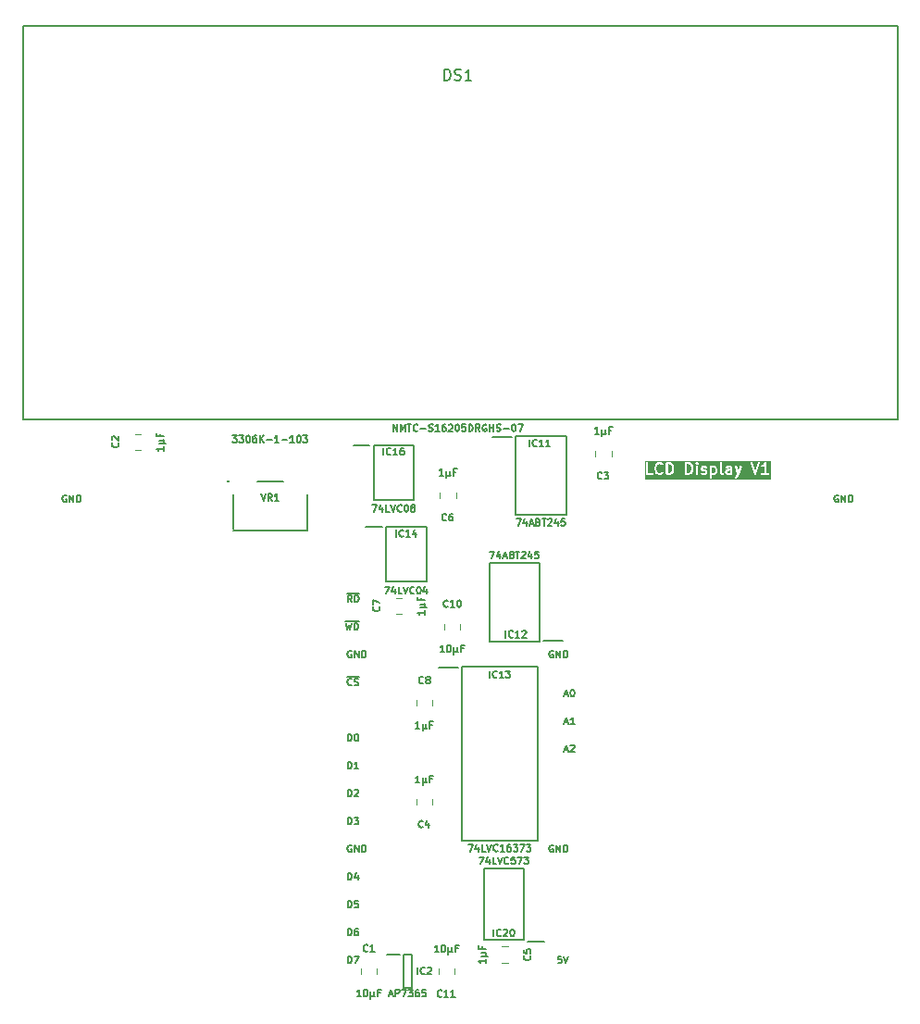
<source format=gto>
%TF.GenerationSoftware,KiCad,Pcbnew,8.0.3*%
%TF.CreationDate,2024-06-25T18:04:22+02:00*%
%TF.ProjectId,LCD Display,4c434420-4469-4737-906c-61792e6b6963,rev?*%
%TF.SameCoordinates,PX8c7ecc0PY5e78920*%
%TF.FileFunction,Legend,Top*%
%TF.FilePolarity,Positive*%
%FSLAX46Y46*%
G04 Gerber Fmt 4.6, Leading zero omitted, Abs format (unit mm)*
G04 Created by KiCad (PCBNEW 8.0.3) date 2024-06-25 18:04:22*
%MOMM*%
%LPD*%
G01*
G04 APERTURE LIST*
%ADD10C,0.150000*%
%ADD11C,0.200000*%
%ADD12C,0.120000*%
G04 APERTURE END LIST*
D10*
X21225220Y-16360534D02*
X21527601Y-16360534D01*
X21164744Y-16541963D02*
X21376410Y-15906963D01*
X21376410Y-15906963D02*
X21588077Y-16541963D01*
X22132363Y-16541963D02*
X21769506Y-16541963D01*
X21950934Y-16541963D02*
X21950934Y-15906963D01*
X21950934Y-15906963D02*
X21890458Y-15997677D01*
X21890458Y-15997677D02*
X21829982Y-16058153D01*
X21829982Y-16058153D02*
X21769506Y-16088391D01*
D11*
G36*
X34942881Y6895214D02*
G01*
X34968658Y6870552D01*
X34999655Y6810852D01*
X35001156Y6572431D01*
X34972288Y6512424D01*
X34947626Y6486646D01*
X34887806Y6455587D01*
X34744477Y6454276D01*
X34722499Y6464849D01*
X34721654Y6913216D01*
X34739810Y6922643D01*
X34883140Y6923954D01*
X34942881Y6895214D01*
G37*
G36*
X30900973Y7222802D02*
G01*
X30968114Y7157315D01*
X31003734Y7088711D01*
X31047213Y6921144D01*
X31048619Y6802336D01*
X31008379Y6635064D01*
X30972457Y6560394D01*
X30905148Y6491386D01*
X30801966Y6455693D01*
X30675527Y6454750D01*
X30674016Y7256515D01*
X30793128Y7257403D01*
X30900973Y7222802D01*
G37*
G36*
X32662878Y7222802D02*
G01*
X32730019Y7157315D01*
X32765639Y7088711D01*
X32809118Y6921144D01*
X32810524Y6802336D01*
X32770284Y6635064D01*
X32734362Y6560394D01*
X32667053Y6491386D01*
X32563871Y6455693D01*
X32437432Y6454750D01*
X32435921Y7256515D01*
X32555033Y7257403D01*
X32662878Y7222802D01*
G37*
G36*
X36372731Y6637519D02*
G01*
X36381329Y6638131D01*
X36381942Y6464904D01*
X36364068Y6455624D01*
X36173206Y6454200D01*
X36126534Y6476654D01*
X36103925Y6520199D01*
X36103113Y6568664D01*
X36125158Y6614487D01*
X36168311Y6636892D01*
X36370098Y6638397D01*
X36372731Y6637519D01*
G37*
G36*
X40070619Y5812122D02*
G01*
X28555079Y5812122D01*
X28555079Y7355781D01*
X28666190Y7355781D01*
X28668111Y6336272D01*
X28683043Y6300224D01*
X28710633Y6272634D01*
X28746681Y6257702D01*
X28766190Y6255781D01*
X29261889Y6257702D01*
X29297937Y6272634D01*
X29325527Y6300224D01*
X29340459Y6336272D01*
X29340459Y6375290D01*
X29325527Y6411338D01*
X29297937Y6438928D01*
X29261889Y6453860D01*
X29242380Y6455781D01*
X28866004Y6454323D01*
X28865113Y6927210D01*
X29428095Y6927210D01*
X29429722Y6789637D01*
X29428213Y6779492D01*
X29429984Y6767514D01*
X29430016Y6764844D01*
X29430580Y6763481D01*
X29431081Y6760099D01*
X29478585Y6577020D01*
X29479265Y6567464D01*
X29484856Y6552852D01*
X29485295Y6551163D01*
X29485725Y6550583D01*
X29486271Y6549156D01*
X29535607Y6454134D01*
X29540185Y6443082D01*
X29543343Y6439234D01*
X29544333Y6437328D01*
X29546327Y6435599D01*
X29552622Y6427929D01*
X29638567Y6344098D01*
X29639572Y6342088D01*
X29649096Y6333828D01*
X29663013Y6320253D01*
X29666332Y6318878D01*
X29669048Y6316523D01*
X29686948Y6308532D01*
X29830032Y6262626D01*
X29841919Y6257702D01*
X29846911Y6257211D01*
X29848920Y6256566D01*
X29851554Y6256754D01*
X29861428Y6255781D01*
X29957570Y6257391D01*
X29969173Y6256566D01*
X29974009Y6257666D01*
X29976175Y6257702D01*
X29978617Y6258714D01*
X29988289Y6260913D01*
X30116666Y6305322D01*
X30119033Y6305322D01*
X30131025Y6310290D01*
X30149046Y6316523D01*
X30151761Y6318878D01*
X30155081Y6320253D01*
X30170234Y6332690D01*
X30230290Y6395463D01*
X30245221Y6431512D01*
X30245220Y6470530D01*
X30230289Y6506578D01*
X30202698Y6534168D01*
X30166650Y6549099D01*
X30127632Y6549098D01*
X30091584Y6534167D01*
X30076430Y6521730D01*
X30047100Y6491073D01*
X29944489Y6455578D01*
X29881002Y6454515D01*
X29774262Y6488760D01*
X29707123Y6554248D01*
X29671502Y6622855D01*
X29628023Y6790420D01*
X29626617Y6909227D01*
X29666857Y7076500D01*
X29702779Y7151170D01*
X29770086Y7220176D01*
X29873604Y7255985D01*
X29937090Y7257048D01*
X30044271Y7222661D01*
X30091584Y7177396D01*
X30127633Y7162465D01*
X30166651Y7162465D01*
X30202699Y7177396D01*
X30230289Y7204986D01*
X30245220Y7241034D01*
X30245220Y7280052D01*
X30230289Y7316101D01*
X30217852Y7331254D01*
X30192215Y7355781D01*
X30475714Y7355781D01*
X30477635Y6336272D01*
X30492567Y6300224D01*
X30520157Y6272634D01*
X30556205Y6257702D01*
X30575714Y6255781D01*
X30812514Y6257547D01*
X30826316Y6256566D01*
X30831243Y6257687D01*
X30833318Y6257702D01*
X30835760Y6258714D01*
X30845432Y6260913D01*
X30973809Y6305322D01*
X30976176Y6305322D01*
X30988168Y6310290D01*
X31006189Y6316523D01*
X31008904Y6318878D01*
X31012224Y6320253D01*
X31027377Y6332690D01*
X31121394Y6429080D01*
X31130904Y6437327D01*
X31133570Y6441563D01*
X31135052Y6443082D01*
X31136063Y6445524D01*
X31141347Y6453918D01*
X31184775Y6544190D01*
X31189942Y6551163D01*
X31195170Y6565798D01*
X31195972Y6567464D01*
X31196023Y6568185D01*
X31196537Y6569623D01*
X31241116Y6754936D01*
X31245221Y6764844D01*
X31246413Y6776954D01*
X31247024Y6779492D01*
X31246806Y6780951D01*
X31247142Y6784353D01*
X31245514Y6921927D01*
X31247024Y6932071D01*
X31245252Y6944050D01*
X31245221Y6946719D01*
X31244656Y6948083D01*
X31244156Y6951464D01*
X31196651Y7134544D01*
X31195972Y7144099D01*
X31190379Y7158715D01*
X31189942Y7160400D01*
X31189512Y7160980D01*
X31188966Y7162408D01*
X31139623Y7257442D01*
X31135051Y7268481D01*
X31131895Y7272326D01*
X31130904Y7274236D01*
X31128906Y7275969D01*
X31122615Y7283635D01*
X31048648Y7355781D01*
X32237619Y7355781D01*
X32239540Y6336272D01*
X32254472Y6300224D01*
X32282062Y6272634D01*
X32318110Y6257702D01*
X32337619Y6255781D01*
X32574419Y6257547D01*
X32588221Y6256566D01*
X32593148Y6257687D01*
X32595223Y6257702D01*
X32597665Y6258714D01*
X32607337Y6260913D01*
X32735714Y6305322D01*
X32738081Y6305322D01*
X32750073Y6310290D01*
X32768094Y6316523D01*
X32770809Y6318878D01*
X32774129Y6320253D01*
X32789282Y6332690D01*
X32883299Y6429080D01*
X32892809Y6437327D01*
X32895475Y6441563D01*
X32896957Y6443082D01*
X32897968Y6445524D01*
X32903252Y6453918D01*
X32946680Y6544190D01*
X32951847Y6551163D01*
X32957075Y6565798D01*
X32957877Y6567464D01*
X32957928Y6568185D01*
X32958442Y6569623D01*
X33003021Y6754936D01*
X33007126Y6764844D01*
X33008318Y6776954D01*
X33008929Y6779492D01*
X33008711Y6780951D01*
X33009047Y6784353D01*
X33007419Y6921927D01*
X33008929Y6932071D01*
X33007157Y6944050D01*
X33007126Y6946719D01*
X33006561Y6948083D01*
X33006061Y6951464D01*
X32987642Y7022448D01*
X33237619Y7022448D01*
X33239540Y6336272D01*
X33254472Y6300224D01*
X33282062Y6272634D01*
X33318110Y6257702D01*
X33357128Y6257702D01*
X33393176Y6272634D01*
X33420766Y6300224D01*
X33435698Y6336272D01*
X33437619Y6355781D01*
X33436153Y6879591D01*
X33666190Y6879591D01*
X33667177Y6845087D01*
X33666975Y6844479D01*
X33667342Y6839302D01*
X33668111Y6812463D01*
X33669486Y6809143D01*
X33669741Y6805559D01*
X33676747Y6787251D01*
X33723784Y6696657D01*
X33726933Y6687211D01*
X33731307Y6682167D01*
X33734809Y6675423D01*
X33744279Y6667210D01*
X33752497Y6657734D01*
X33762370Y6651520D01*
X33764286Y6649858D01*
X33765824Y6649346D01*
X33769088Y6647291D01*
X33852105Y6607353D01*
X33853490Y6605968D01*
X33864239Y6601516D01*
X33882634Y6592666D01*
X33886217Y6592412D01*
X33889538Y6591036D01*
X33909047Y6589115D01*
X34026245Y6590502D01*
X34072513Y6568243D01*
X34095392Y6524177D01*
X34095432Y6522811D01*
X34073889Y6478030D01*
X34030663Y6455587D01*
X33887334Y6454276D01*
X33792603Y6499849D01*
X33753683Y6502615D01*
X33716667Y6490276D01*
X33687190Y6464712D01*
X33669741Y6429813D01*
X33666975Y6390893D01*
X33679314Y6353877D01*
X33704878Y6324400D01*
X33721469Y6313957D01*
X33804486Y6274019D01*
X33805871Y6272634D01*
X33816620Y6268182D01*
X33835015Y6259332D01*
X33838598Y6259078D01*
X33841919Y6257702D01*
X33861428Y6255781D01*
X34036935Y6257387D01*
X34039397Y6256566D01*
X34053012Y6257534D01*
X34071413Y6257702D01*
X34074733Y6259078D01*
X34078317Y6259332D01*
X34096625Y6266338D01*
X34187219Y6313376D01*
X34196665Y6316524D01*
X34201708Y6320899D01*
X34208453Y6324400D01*
X34216668Y6333874D01*
X34226142Y6342089D01*
X34232355Y6351961D01*
X34234018Y6353877D01*
X34234530Y6355416D01*
X34236585Y6358679D01*
X34276523Y6441698D01*
X34277908Y6443082D01*
X34282360Y6453831D01*
X34291210Y6472226D01*
X34291464Y6475810D01*
X34292840Y6479130D01*
X34294761Y6498639D01*
X34293773Y6533144D01*
X34293976Y6533751D01*
X34293608Y6538929D01*
X34292840Y6565767D01*
X34291464Y6569088D01*
X34291210Y6572671D01*
X34284204Y6590980D01*
X34237164Y6681578D01*
X34234018Y6691019D01*
X34229645Y6696062D01*
X34226142Y6702808D01*
X34216666Y6711026D01*
X34208453Y6720496D01*
X34198581Y6726710D01*
X34196665Y6728372D01*
X34195126Y6728886D01*
X34191863Y6730939D01*
X34108845Y6770878D01*
X34107461Y6772262D01*
X34096711Y6776715D01*
X34078317Y6785564D01*
X34074733Y6785819D01*
X34071413Y6787194D01*
X34051904Y6789115D01*
X33934705Y6787729D01*
X33888438Y6809987D01*
X33865558Y6854055D01*
X33865519Y6855420D01*
X33887062Y6900201D01*
X33930398Y6922701D01*
X34026245Y6923835D01*
X34120729Y6878380D01*
X34159649Y6875614D01*
X34196665Y6887953D01*
X34226142Y6913518D01*
X34243591Y6948416D01*
X34246356Y6987336D01*
X34234653Y7022448D01*
X34523333Y7022448D01*
X34524512Y6396445D01*
X34524118Y6390893D01*
X34524525Y6389672D01*
X34525254Y6002939D01*
X34540186Y5966891D01*
X34567776Y5939301D01*
X34603824Y5924369D01*
X34642842Y5924369D01*
X34678890Y5939301D01*
X34706480Y5966891D01*
X34721412Y6002939D01*
X34723333Y6022448D01*
X34723309Y6034955D01*
X36762214Y6034955D01*
X36764980Y5996035D01*
X36782429Y5961136D01*
X36811906Y5935572D01*
X36848922Y5923233D01*
X36887842Y5925999D01*
X36906150Y5933005D01*
X37001179Y5982346D01*
X37012224Y5986920D01*
X37016070Y5990077D01*
X37017978Y5991067D01*
X37019707Y5993062D01*
X37027378Y5999356D01*
X37087433Y6062128D01*
X37087670Y6062703D01*
X37088105Y6063147D01*
X37097134Y6080547D01*
X37184538Y6303549D01*
X37185328Y6304421D01*
X37193698Y6322147D01*
X37436546Y7007833D01*
X37434608Y7046803D01*
X37417905Y7082065D01*
X37388979Y7108251D01*
X37352234Y7121374D01*
X37313264Y7119437D01*
X37278002Y7102733D01*
X37251815Y7073808D01*
X37243445Y7056081D01*
X37099738Y6650325D01*
X36947233Y7073808D01*
X36921046Y7102734D01*
X36885784Y7119437D01*
X36846814Y7121375D01*
X36810069Y7108252D01*
X36781143Y7082065D01*
X36764440Y7046803D01*
X36762502Y7007833D01*
X36767255Y6988814D01*
X36993737Y6359910D01*
X36921612Y6175893D01*
X36900011Y6153315D01*
X36800117Y6101448D01*
X36774553Y6071971D01*
X36762214Y6034955D01*
X34723309Y6034955D01*
X34722893Y6255821D01*
X34894078Y6257387D01*
X34896540Y6256566D01*
X34910155Y6257534D01*
X34928556Y6257702D01*
X34931876Y6259078D01*
X34935460Y6259332D01*
X34953768Y6266338D01*
X35048796Y6315678D01*
X35059843Y6320253D01*
X35063689Y6323411D01*
X35065596Y6324400D01*
X35067326Y6326395D01*
X35074996Y6332690D01*
X35122929Y6382793D01*
X35130904Y6389708D01*
X35133515Y6393858D01*
X35135052Y6395463D01*
X35136063Y6397905D01*
X35141347Y6406299D01*
X35181285Y6489317D01*
X35182670Y6490701D01*
X35187122Y6501451D01*
X35195972Y6519845D01*
X35196226Y6523429D01*
X35197602Y6526749D01*
X35199523Y6546258D01*
X35197820Y6816714D01*
X35198738Y6819465D01*
X35197712Y6833892D01*
X35197602Y6851481D01*
X35196226Y6854802D01*
X35195972Y6858385D01*
X35188966Y6876694D01*
X35139623Y6971728D01*
X35135051Y6982768D01*
X35131895Y6986614D01*
X35130904Y6988522D01*
X35128906Y6990255D01*
X35122614Y6997921D01*
X35072513Y7045853D01*
X35065596Y7053829D01*
X35061446Y7056442D01*
X35059842Y7057976D01*
X35057402Y7058987D01*
X35049006Y7064272D01*
X34965988Y7104211D01*
X34964604Y7105595D01*
X34953854Y7110048D01*
X34935460Y7118897D01*
X34931876Y7119152D01*
X34928556Y7120527D01*
X34909047Y7122448D01*
X34733539Y7120843D01*
X34731078Y7121663D01*
X34717462Y7120696D01*
X34699062Y7120527D01*
X34695741Y7119152D01*
X34692158Y7118897D01*
X34673849Y7111891D01*
X34669341Y7109551D01*
X34642842Y7120527D01*
X34603824Y7120527D01*
X34567776Y7105595D01*
X34540186Y7078005D01*
X34525254Y7041957D01*
X34523333Y7022448D01*
X34234653Y7022448D01*
X34234018Y7024352D01*
X34208453Y7053829D01*
X34191863Y7064272D01*
X34108845Y7104211D01*
X34107461Y7105595D01*
X34096711Y7110048D01*
X34078317Y7118897D01*
X34074733Y7119152D01*
X34071413Y7120527D01*
X34051904Y7122448D01*
X33923747Y7120932D01*
X33921554Y7121663D01*
X33908771Y7120755D01*
X33889538Y7120527D01*
X33886217Y7119152D01*
X33882634Y7118897D01*
X33864325Y7111891D01*
X33773727Y7064852D01*
X33764286Y7061705D01*
X33759243Y7057333D01*
X33752497Y7053829D01*
X33744279Y7044354D01*
X33734809Y7036140D01*
X33728595Y7026269D01*
X33726933Y7024352D01*
X33726419Y7022814D01*
X33724366Y7019550D01*
X33684427Y6936533D01*
X33683043Y6935148D01*
X33678590Y6924399D01*
X33669741Y6906004D01*
X33669486Y6902421D01*
X33668111Y6899100D01*
X33666190Y6879591D01*
X33436153Y6879591D01*
X33435698Y7041957D01*
X33420766Y7078005D01*
X33393176Y7105595D01*
X33357128Y7120527D01*
X33318110Y7120527D01*
X33282062Y7105595D01*
X33254472Y7078005D01*
X33239540Y7041957D01*
X33237619Y7022448D01*
X32987642Y7022448D01*
X32958556Y7134544D01*
X32957877Y7144099D01*
X32952284Y7158715D01*
X32951847Y7160400D01*
X32951417Y7160980D01*
X32950871Y7162408D01*
X32901528Y7257442D01*
X32896956Y7268481D01*
X32893800Y7272326D01*
X32892809Y7274236D01*
X32890811Y7275969D01*
X32884520Y7283635D01*
X32839372Y7327671D01*
X33191921Y7327671D01*
X33191921Y7288653D01*
X33206853Y7252605D01*
X33219289Y7237451D01*
X33282061Y7177396D01*
X33288911Y7174559D01*
X33318110Y7162464D01*
X33357128Y7162464D01*
X33393176Y7177396D01*
X33408330Y7189832D01*
X33468385Y7252604D01*
X33483316Y7288653D01*
X33483316Y7327671D01*
X33480456Y7334575D01*
X33471673Y7355781D01*
X35428095Y7355781D01*
X35429938Y6514324D01*
X35428880Y6511147D01*
X35429979Y6495673D01*
X35430016Y6479130D01*
X35431391Y6475810D01*
X35431646Y6472227D01*
X35438652Y6453918D01*
X35485689Y6363323D01*
X35488838Y6353877D01*
X35493212Y6348833D01*
X35496714Y6342089D01*
X35506185Y6333875D01*
X35514402Y6324400D01*
X35524272Y6318188D01*
X35526190Y6316524D01*
X35527730Y6316011D01*
X35530993Y6313957D01*
X35644539Y6259332D01*
X35683459Y6256566D01*
X35720475Y6268905D01*
X35749952Y6294470D01*
X35767401Y6329368D01*
X35770166Y6368288D01*
X35757828Y6405304D01*
X35732263Y6434781D01*
X35715673Y6445224D01*
X35650343Y6476654D01*
X35628049Y6519592D01*
X35627886Y6593877D01*
X35904286Y6593877D01*
X35905642Y6512861D01*
X35905071Y6511147D01*
X35905855Y6500103D01*
X35906207Y6479130D01*
X35907582Y6475810D01*
X35907837Y6472227D01*
X35914843Y6453918D01*
X35961880Y6363323D01*
X35965029Y6353877D01*
X35969403Y6348833D01*
X35972905Y6342089D01*
X35982376Y6333875D01*
X35990593Y6324400D01*
X36000463Y6318188D01*
X36002381Y6316524D01*
X36003921Y6316011D01*
X36007184Y6313957D01*
X36090201Y6274019D01*
X36091586Y6272634D01*
X36102335Y6268182D01*
X36120730Y6259332D01*
X36124313Y6259078D01*
X36127634Y6257702D01*
X36147143Y6255781D01*
X36370098Y6257444D01*
X36372731Y6256566D01*
X36386836Y6257569D01*
X36404747Y6257702D01*
X36408067Y6259078D01*
X36411651Y6259332D01*
X36429959Y6266338D01*
X36434467Y6268679D01*
X36460967Y6257702D01*
X36499985Y6257702D01*
X36536033Y6272634D01*
X36563623Y6300224D01*
X36578555Y6336272D01*
X36580476Y6355781D01*
X36579012Y6769813D01*
X36579690Y6771846D01*
X36578969Y6781995D01*
X36578678Y6864048D01*
X36579691Y6867084D01*
X36578614Y6882230D01*
X36578555Y6899100D01*
X36577179Y6902421D01*
X36576925Y6906004D01*
X36569919Y6924313D01*
X36522879Y7014911D01*
X36519733Y7024352D01*
X36515360Y7029395D01*
X36511857Y7036141D01*
X36502381Y7044359D01*
X36494168Y7053829D01*
X36484296Y7060043D01*
X36482380Y7061705D01*
X36480841Y7062219D01*
X36477578Y7064272D01*
X36394560Y7104211D01*
X36393176Y7105595D01*
X36382426Y7110048D01*
X36364032Y7118897D01*
X36360448Y7119152D01*
X36357128Y7120527D01*
X36337619Y7122448D01*
X36162111Y7120843D01*
X36159650Y7121663D01*
X36146034Y7120696D01*
X36127634Y7120527D01*
X36124313Y7119152D01*
X36120730Y7118897D01*
X36102421Y7111891D01*
X35990593Y7053829D01*
X35965029Y7024352D01*
X35952690Y6987336D01*
X35955456Y6948416D01*
X35972905Y6913517D01*
X36002382Y6887953D01*
X36039398Y6875614D01*
X36078318Y6878380D01*
X36096626Y6885386D01*
X36168382Y6922643D01*
X36311712Y6923954D01*
X36358228Y6901576D01*
X36380550Y6858584D01*
X36380597Y6845159D01*
X36364068Y6836577D01*
X36162282Y6835072D01*
X36159650Y6835949D01*
X36145544Y6834947D01*
X36127634Y6834813D01*
X36124313Y6833438D01*
X36120730Y6833183D01*
X36102421Y6826177D01*
X36011823Y6779138D01*
X36002382Y6775991D01*
X35997339Y6771619D01*
X35990593Y6768115D01*
X35982375Y6758640D01*
X35972905Y6750426D01*
X35966691Y6740555D01*
X35965029Y6738638D01*
X35964515Y6737100D01*
X35962462Y6733836D01*
X35922523Y6650819D01*
X35921139Y6649434D01*
X35916686Y6638685D01*
X35907837Y6620290D01*
X35907582Y6616707D01*
X35906207Y6613386D01*
X35904286Y6593877D01*
X35627886Y6593877D01*
X35626244Y7343274D01*
X38238405Y7343274D01*
X38242752Y7324158D01*
X38574013Y6336266D01*
X38574504Y6329368D01*
X38580037Y6318301D01*
X38584076Y6306258D01*
X38588759Y6300859D01*
X38591954Y6294469D01*
X38601425Y6286254D01*
X38609641Y6276782D01*
X38616029Y6273588D01*
X38621430Y6268904D01*
X38633331Y6264937D01*
X38644540Y6259333D01*
X38651664Y6258827D01*
X38658446Y6256566D01*
X38670955Y6257456D01*
X38683460Y6256566D01*
X38690238Y6258826D01*
X38697366Y6259332D01*
X38708582Y6264941D01*
X38720476Y6268905D01*
X38725873Y6273586D01*
X38732265Y6276782D01*
X38740483Y6286258D01*
X38749952Y6294470D01*
X38753145Y6300857D01*
X38757830Y6306258D01*
X38765821Y6324158D01*
X39017119Y7082574D01*
X39190786Y7082574D01*
X39193552Y7043654D01*
X39211001Y7008755D01*
X39240478Y6983191D01*
X39277494Y6970852D01*
X39316414Y6973618D01*
X39334722Y6980624D01*
X39429751Y7029965D01*
X39440796Y7034539D01*
X39444642Y7037696D01*
X39446550Y7038686D01*
X39448279Y7040681D01*
X39455950Y7046975D01*
X39476257Y7067796D01*
X39477413Y6454533D01*
X39270492Y6453860D01*
X39234444Y6438928D01*
X39206854Y6411338D01*
X39191922Y6375290D01*
X39191922Y6336272D01*
X39206854Y6300224D01*
X39234444Y6272634D01*
X39270492Y6257702D01*
X39290001Y6255781D01*
X39880938Y6257702D01*
X39916986Y6272634D01*
X39944576Y6300224D01*
X39959508Y6336272D01*
X39959508Y6375290D01*
X39944576Y6411338D01*
X39916986Y6438928D01*
X39880938Y6453860D01*
X39861429Y6455781D01*
X39675527Y6455177D01*
X39673848Y7346450D01*
X39675715Y7355886D01*
X39673812Y7365398D01*
X39673794Y7375290D01*
X39670004Y7384439D01*
X39668063Y7394146D01*
X39662611Y7402287D01*
X39658862Y7411338D01*
X39651862Y7418338D01*
X39646352Y7426566D01*
X39638197Y7432003D01*
X39631272Y7438928D01*
X39622128Y7442716D01*
X39613887Y7448210D01*
X39604273Y7450112D01*
X39595224Y7453860D01*
X39585323Y7453860D01*
X39575611Y7455781D01*
X39566006Y7453860D01*
X39556206Y7453860D01*
X39547057Y7450071D01*
X39537350Y7448129D01*
X39529209Y7442678D01*
X39520158Y7438928D01*
X39513158Y7431929D01*
X39504930Y7426418D01*
X39492641Y7411412D01*
X39492568Y7411338D01*
X39492554Y7411306D01*
X39492510Y7411251D01*
X39408276Y7282108D01*
X39329630Y7201477D01*
X39228689Y7149067D01*
X39203125Y7119590D01*
X39190786Y7082574D01*
X39017119Y7082574D01*
X39103501Y7343273D01*
X39100735Y7382193D01*
X39083285Y7417092D01*
X39053809Y7442657D01*
X39016793Y7454996D01*
X38977873Y7452229D01*
X38942974Y7434780D01*
X38917409Y7405304D01*
X38909418Y7387403D01*
X38671386Y6669027D01*
X38424497Y7405304D01*
X38398932Y7434780D01*
X38364033Y7452230D01*
X38325113Y7454996D01*
X38288097Y7442658D01*
X38258621Y7417093D01*
X38241171Y7382194D01*
X38238405Y7343274D01*
X35626244Y7343274D01*
X35626174Y7375290D01*
X35611242Y7411338D01*
X35583652Y7438928D01*
X35547604Y7453860D01*
X35508586Y7453860D01*
X35472538Y7438928D01*
X35444948Y7411338D01*
X35430016Y7375290D01*
X35428095Y7355781D01*
X33471673Y7355781D01*
X33468385Y7363720D01*
X33455948Y7378873D01*
X33393176Y7438928D01*
X33357128Y7453860D01*
X33318110Y7453860D01*
X33292619Y7443302D01*
X33282061Y7438928D01*
X33266908Y7426491D01*
X33206854Y7363720D01*
X33206853Y7363719D01*
X33191921Y7327671D01*
X32839372Y7327671D01*
X32798575Y7367464D01*
X32797570Y7369474D01*
X32788040Y7377740D01*
X32774128Y7391309D01*
X32770809Y7392684D01*
X32768094Y7395039D01*
X32750193Y7403030D01*
X32607113Y7448935D01*
X32595223Y7453860D01*
X32590229Y7454352D01*
X32588221Y7454996D01*
X32585587Y7454809D01*
X32575714Y7455781D01*
X32318110Y7453860D01*
X32282062Y7438928D01*
X32254472Y7411338D01*
X32239540Y7375290D01*
X32237619Y7355781D01*
X31048648Y7355781D01*
X31036670Y7367464D01*
X31035665Y7369474D01*
X31026135Y7377740D01*
X31012223Y7391309D01*
X31008904Y7392684D01*
X31006189Y7395039D01*
X30988288Y7403030D01*
X30845208Y7448935D01*
X30833318Y7453860D01*
X30828324Y7454352D01*
X30826316Y7454996D01*
X30823682Y7454809D01*
X30813809Y7455781D01*
X30556205Y7453860D01*
X30520157Y7438928D01*
X30492567Y7411338D01*
X30477635Y7375290D01*
X30475714Y7355781D01*
X30192215Y7355781D01*
X30179089Y7368339D01*
X30178522Y7369474D01*
X30171896Y7375221D01*
X30155080Y7391309D01*
X30151761Y7392684D01*
X30149046Y7395039D01*
X30131145Y7403030D01*
X29988065Y7448935D01*
X29976175Y7453860D01*
X29971181Y7454352D01*
X29969173Y7454996D01*
X29966539Y7454809D01*
X29956666Y7455781D01*
X29860522Y7454172D01*
X29848920Y7454996D01*
X29844084Y7453897D01*
X29841919Y7453860D01*
X29839477Y7452849D01*
X29829805Y7450649D01*
X29701431Y7406241D01*
X29699062Y7406241D01*
X29687065Y7401272D01*
X29669048Y7395039D01*
X29666332Y7392684D01*
X29663014Y7391309D01*
X29647860Y7378873D01*
X29553843Y7282484D01*
X29544333Y7274235D01*
X29541666Y7269999D01*
X29540186Y7268481D01*
X29539175Y7266042D01*
X29533890Y7257645D01*
X29490461Y7167374D01*
X29485295Y7160400D01*
X29480067Y7145768D01*
X29479265Y7144099D01*
X29479213Y7143377D01*
X29478700Y7141939D01*
X29434120Y6956629D01*
X29430016Y6946719D01*
X29428823Y6934610D01*
X29428213Y6932071D01*
X29428430Y6930613D01*
X29428095Y6927210D01*
X28865113Y6927210D01*
X28864269Y7375290D01*
X28849337Y7411338D01*
X28821747Y7438928D01*
X28785699Y7453860D01*
X28746681Y7453860D01*
X28710633Y7438928D01*
X28683043Y7411338D01*
X28668111Y7375290D01*
X28666190Y7355781D01*
X28555079Y7355781D01*
X28555079Y7566892D01*
X40070619Y7566892D01*
X40070619Y5812122D01*
G37*
D10*
X1725493Y-9841201D02*
X1665017Y-9810963D01*
X1665017Y-9810963D02*
X1574303Y-9810963D01*
X1574303Y-9810963D02*
X1483588Y-9841201D01*
X1483588Y-9841201D02*
X1423112Y-9901677D01*
X1423112Y-9901677D02*
X1392874Y-9962153D01*
X1392874Y-9962153D02*
X1362636Y-10083105D01*
X1362636Y-10083105D02*
X1362636Y-10173820D01*
X1362636Y-10173820D02*
X1392874Y-10294772D01*
X1392874Y-10294772D02*
X1423112Y-10355248D01*
X1423112Y-10355248D02*
X1483588Y-10415725D01*
X1483588Y-10415725D02*
X1574303Y-10445963D01*
X1574303Y-10445963D02*
X1634779Y-10445963D01*
X1634779Y-10445963D02*
X1725493Y-10415725D01*
X1725493Y-10415725D02*
X1755731Y-10385486D01*
X1755731Y-10385486D02*
X1755731Y-10173820D01*
X1755731Y-10173820D02*
X1634779Y-10173820D01*
X2027874Y-10445963D02*
X2027874Y-9810963D01*
X2027874Y-9810963D02*
X2390731Y-10445963D01*
X2390731Y-10445963D02*
X2390731Y-9810963D01*
X2693112Y-10445963D02*
X2693112Y-9810963D01*
X2693112Y-9810963D02*
X2844302Y-9810963D01*
X2844302Y-9810963D02*
X2935017Y-9841201D01*
X2935017Y-9841201D02*
X2995493Y-9901677D01*
X2995493Y-9901677D02*
X3025731Y-9962153D01*
X3025731Y-9962153D02*
X3055969Y-10083105D01*
X3055969Y-10083105D02*
X3055969Y-10173820D01*
X3055969Y-10173820D02*
X3025731Y-10294772D01*
X3025731Y-10294772D02*
X2995493Y-10355248D01*
X2995493Y-10355248D02*
X2935017Y-10415725D01*
X2935017Y-10415725D02*
X2844302Y-10445963D01*
X2844302Y-10445963D02*
X2693112Y-10445963D01*
X1392874Y-20605963D02*
X1392874Y-19970963D01*
X1392874Y-19970963D02*
X1544064Y-19970963D01*
X1544064Y-19970963D02*
X1634779Y-20001201D01*
X1634779Y-20001201D02*
X1695255Y-20061677D01*
X1695255Y-20061677D02*
X1725493Y-20122153D01*
X1725493Y-20122153D02*
X1755731Y-20243105D01*
X1755731Y-20243105D02*
X1755731Y-20333820D01*
X1755731Y-20333820D02*
X1725493Y-20454772D01*
X1725493Y-20454772D02*
X1695255Y-20515248D01*
X1695255Y-20515248D02*
X1634779Y-20575725D01*
X1634779Y-20575725D02*
X1544064Y-20605963D01*
X1544064Y-20605963D02*
X1392874Y-20605963D01*
X2360493Y-20605963D02*
X1997636Y-20605963D01*
X2179064Y-20605963D02*
X2179064Y-19970963D01*
X2179064Y-19970963D02*
X2118588Y-20061677D01*
X2118588Y-20061677D02*
X2058112Y-20122153D01*
X2058112Y-20122153D02*
X1997636Y-20152391D01*
X1392874Y-38385963D02*
X1392874Y-37750963D01*
X1392874Y-37750963D02*
X1544064Y-37750963D01*
X1544064Y-37750963D02*
X1634779Y-37781201D01*
X1634779Y-37781201D02*
X1695255Y-37841677D01*
X1695255Y-37841677D02*
X1725493Y-37902153D01*
X1725493Y-37902153D02*
X1755731Y-38023105D01*
X1755731Y-38023105D02*
X1755731Y-38113820D01*
X1755731Y-38113820D02*
X1725493Y-38234772D01*
X1725493Y-38234772D02*
X1695255Y-38295248D01*
X1695255Y-38295248D02*
X1634779Y-38355725D01*
X1634779Y-38355725D02*
X1544064Y-38385963D01*
X1544064Y-38385963D02*
X1392874Y-38385963D01*
X1967398Y-37750963D02*
X2390731Y-37750963D01*
X2390731Y-37750963D02*
X2118588Y-38385963D01*
X1725493Y-27621201D02*
X1665017Y-27590963D01*
X1665017Y-27590963D02*
X1574303Y-27590963D01*
X1574303Y-27590963D02*
X1483588Y-27621201D01*
X1483588Y-27621201D02*
X1423112Y-27681677D01*
X1423112Y-27681677D02*
X1392874Y-27742153D01*
X1392874Y-27742153D02*
X1362636Y-27863105D01*
X1362636Y-27863105D02*
X1362636Y-27953820D01*
X1362636Y-27953820D02*
X1392874Y-28074772D01*
X1392874Y-28074772D02*
X1423112Y-28135248D01*
X1423112Y-28135248D02*
X1483588Y-28195725D01*
X1483588Y-28195725D02*
X1574303Y-28225963D01*
X1574303Y-28225963D02*
X1634779Y-28225963D01*
X1634779Y-28225963D02*
X1725493Y-28195725D01*
X1725493Y-28195725D02*
X1755731Y-28165486D01*
X1755731Y-28165486D02*
X1755731Y-27953820D01*
X1755731Y-27953820D02*
X1634779Y-27953820D01*
X2027874Y-28225963D02*
X2027874Y-27590963D01*
X2027874Y-27590963D02*
X2390731Y-28225963D01*
X2390731Y-28225963D02*
X2390731Y-27590963D01*
X2693112Y-28225963D02*
X2693112Y-27590963D01*
X2693112Y-27590963D02*
X2844302Y-27590963D01*
X2844302Y-27590963D02*
X2935017Y-27621201D01*
X2935017Y-27621201D02*
X2995493Y-27681677D01*
X2995493Y-27681677D02*
X3025731Y-27742153D01*
X3025731Y-27742153D02*
X3055969Y-27863105D01*
X3055969Y-27863105D02*
X3055969Y-27953820D01*
X3055969Y-27953820D02*
X3025731Y-28074772D01*
X3025731Y-28074772D02*
X2995493Y-28135248D01*
X2995493Y-28135248D02*
X2935017Y-28195725D01*
X2935017Y-28195725D02*
X2844302Y-28225963D01*
X2844302Y-28225963D02*
X2693112Y-28225963D01*
X1392874Y-25685963D02*
X1392874Y-25050963D01*
X1392874Y-25050963D02*
X1544064Y-25050963D01*
X1544064Y-25050963D02*
X1634779Y-25081201D01*
X1634779Y-25081201D02*
X1695255Y-25141677D01*
X1695255Y-25141677D02*
X1725493Y-25202153D01*
X1725493Y-25202153D02*
X1755731Y-25323105D01*
X1755731Y-25323105D02*
X1755731Y-25413820D01*
X1755731Y-25413820D02*
X1725493Y-25534772D01*
X1725493Y-25534772D02*
X1695255Y-25595248D01*
X1695255Y-25595248D02*
X1634779Y-25655725D01*
X1634779Y-25655725D02*
X1544064Y-25685963D01*
X1544064Y-25685963D02*
X1392874Y-25685963D01*
X1967398Y-25050963D02*
X2360493Y-25050963D01*
X2360493Y-25050963D02*
X2148826Y-25292867D01*
X2148826Y-25292867D02*
X2239541Y-25292867D01*
X2239541Y-25292867D02*
X2300017Y-25323105D01*
X2300017Y-25323105D02*
X2330255Y-25353344D01*
X2330255Y-25353344D02*
X2360493Y-25413820D01*
X2360493Y-25413820D02*
X2360493Y-25565010D01*
X2360493Y-25565010D02*
X2330255Y-25625486D01*
X2330255Y-25625486D02*
X2300017Y-25655725D01*
X2300017Y-25655725D02*
X2239541Y-25685963D01*
X2239541Y-25685963D02*
X2058112Y-25685963D01*
X2058112Y-25685963D02*
X1997636Y-25655725D01*
X1997636Y-25655725D02*
X1967398Y-25625486D01*
X21225220Y-13820534D02*
X21527601Y-13820534D01*
X21164744Y-14001963D02*
X21376410Y-13366963D01*
X21376410Y-13366963D02*
X21588077Y-14001963D01*
X21920696Y-13366963D02*
X21981173Y-13366963D01*
X21981173Y-13366963D02*
X22041649Y-13397201D01*
X22041649Y-13397201D02*
X22071887Y-13427439D01*
X22071887Y-13427439D02*
X22102125Y-13487915D01*
X22102125Y-13487915D02*
X22132363Y-13608867D01*
X22132363Y-13608867D02*
X22132363Y-13760058D01*
X22132363Y-13760058D02*
X22102125Y-13881010D01*
X22102125Y-13881010D02*
X22071887Y-13941486D01*
X22071887Y-13941486D02*
X22041649Y-13971725D01*
X22041649Y-13971725D02*
X21981173Y-14001963D01*
X21981173Y-14001963D02*
X21920696Y-14001963D01*
X21920696Y-14001963D02*
X21860220Y-13971725D01*
X21860220Y-13971725D02*
X21829982Y-13941486D01*
X21829982Y-13941486D02*
X21799744Y-13881010D01*
X21799744Y-13881010D02*
X21769506Y-13760058D01*
X21769506Y-13760058D02*
X21769506Y-13608867D01*
X21769506Y-13608867D02*
X21799744Y-13487915D01*
X21799744Y-13487915D02*
X21829982Y-13427439D01*
X21829982Y-13427439D02*
X21860220Y-13397201D01*
X21860220Y-13397201D02*
X21920696Y-13366963D01*
X21225220Y-18900534D02*
X21527601Y-18900534D01*
X21164744Y-19081963D02*
X21376410Y-18446963D01*
X21376410Y-18446963D02*
X21588077Y-19081963D01*
X21769506Y-18507439D02*
X21799744Y-18477201D01*
X21799744Y-18477201D02*
X21860220Y-18446963D01*
X21860220Y-18446963D02*
X22011411Y-18446963D01*
X22011411Y-18446963D02*
X22071887Y-18477201D01*
X22071887Y-18477201D02*
X22102125Y-18507439D01*
X22102125Y-18507439D02*
X22132363Y-18567915D01*
X22132363Y-18567915D02*
X22132363Y-18628391D01*
X22132363Y-18628391D02*
X22102125Y-18719105D01*
X22102125Y-18719105D02*
X21739268Y-19081963D01*
X21739268Y-19081963D02*
X22132363Y-19081963D01*
X1392874Y-18065963D02*
X1392874Y-17430963D01*
X1392874Y-17430963D02*
X1544064Y-17430963D01*
X1544064Y-17430963D02*
X1634779Y-17461201D01*
X1634779Y-17461201D02*
X1695255Y-17521677D01*
X1695255Y-17521677D02*
X1725493Y-17582153D01*
X1725493Y-17582153D02*
X1755731Y-17703105D01*
X1755731Y-17703105D02*
X1755731Y-17793820D01*
X1755731Y-17793820D02*
X1725493Y-17914772D01*
X1725493Y-17914772D02*
X1695255Y-17975248D01*
X1695255Y-17975248D02*
X1634779Y-18035725D01*
X1634779Y-18035725D02*
X1544064Y-18065963D01*
X1544064Y-18065963D02*
X1392874Y-18065963D01*
X2148826Y-17430963D02*
X2209303Y-17430963D01*
X2209303Y-17430963D02*
X2269779Y-17461201D01*
X2269779Y-17461201D02*
X2300017Y-17491439D01*
X2300017Y-17491439D02*
X2330255Y-17551915D01*
X2330255Y-17551915D02*
X2360493Y-17672867D01*
X2360493Y-17672867D02*
X2360493Y-17824058D01*
X2360493Y-17824058D02*
X2330255Y-17945010D01*
X2330255Y-17945010D02*
X2300017Y-18005486D01*
X2300017Y-18005486D02*
X2269779Y-18035725D01*
X2269779Y-18035725D02*
X2209303Y-18065963D01*
X2209303Y-18065963D02*
X2148826Y-18065963D01*
X2148826Y-18065963D02*
X2088350Y-18035725D01*
X2088350Y-18035725D02*
X2058112Y-18005486D01*
X2058112Y-18005486D02*
X2027874Y-17945010D01*
X2027874Y-17945010D02*
X1997636Y-17824058D01*
X1997636Y-17824058D02*
X1997636Y-17672867D01*
X1997636Y-17672867D02*
X2027874Y-17551915D01*
X2027874Y-17551915D02*
X2058112Y-17491439D01*
X2058112Y-17491439D02*
X2088350Y-17461201D01*
X2088350Y-17461201D02*
X2148826Y-17430963D01*
X1392874Y-35845963D02*
X1392874Y-35210963D01*
X1392874Y-35210963D02*
X1544064Y-35210963D01*
X1544064Y-35210963D02*
X1634779Y-35241201D01*
X1634779Y-35241201D02*
X1695255Y-35301677D01*
X1695255Y-35301677D02*
X1725493Y-35362153D01*
X1725493Y-35362153D02*
X1755731Y-35483105D01*
X1755731Y-35483105D02*
X1755731Y-35573820D01*
X1755731Y-35573820D02*
X1725493Y-35694772D01*
X1725493Y-35694772D02*
X1695255Y-35755248D01*
X1695255Y-35755248D02*
X1634779Y-35815725D01*
X1634779Y-35815725D02*
X1544064Y-35845963D01*
X1544064Y-35845963D02*
X1392874Y-35845963D01*
X2300017Y-35210963D02*
X2179064Y-35210963D01*
X2179064Y-35210963D02*
X2118588Y-35241201D01*
X2118588Y-35241201D02*
X2088350Y-35271439D01*
X2088350Y-35271439D02*
X2027874Y-35362153D01*
X2027874Y-35362153D02*
X1997636Y-35483105D01*
X1997636Y-35483105D02*
X1997636Y-35725010D01*
X1997636Y-35725010D02*
X2027874Y-35785486D01*
X2027874Y-35785486D02*
X2058112Y-35815725D01*
X2058112Y-35815725D02*
X2118588Y-35845963D01*
X2118588Y-35845963D02*
X2239541Y-35845963D01*
X2239541Y-35845963D02*
X2300017Y-35815725D01*
X2300017Y-35815725D02*
X2330255Y-35785486D01*
X2330255Y-35785486D02*
X2360493Y-35725010D01*
X2360493Y-35725010D02*
X2360493Y-35573820D01*
X2360493Y-35573820D02*
X2330255Y-35513344D01*
X2330255Y-35513344D02*
X2300017Y-35483105D01*
X2300017Y-35483105D02*
X2239541Y-35452867D01*
X2239541Y-35452867D02*
X2118588Y-35452867D01*
X2118588Y-35452867D02*
X2058112Y-35483105D01*
X2058112Y-35483105D02*
X2027874Y-35513344D01*
X2027874Y-35513344D02*
X1997636Y-35573820D01*
X20166887Y-27621201D02*
X20106411Y-27590963D01*
X20106411Y-27590963D02*
X20015697Y-27590963D01*
X20015697Y-27590963D02*
X19924982Y-27621201D01*
X19924982Y-27621201D02*
X19864506Y-27681677D01*
X19864506Y-27681677D02*
X19834268Y-27742153D01*
X19834268Y-27742153D02*
X19804030Y-27863105D01*
X19804030Y-27863105D02*
X19804030Y-27953820D01*
X19804030Y-27953820D02*
X19834268Y-28074772D01*
X19834268Y-28074772D02*
X19864506Y-28135248D01*
X19864506Y-28135248D02*
X19924982Y-28195725D01*
X19924982Y-28195725D02*
X20015697Y-28225963D01*
X20015697Y-28225963D02*
X20076173Y-28225963D01*
X20076173Y-28225963D02*
X20166887Y-28195725D01*
X20166887Y-28195725D02*
X20197125Y-28165486D01*
X20197125Y-28165486D02*
X20197125Y-27953820D01*
X20197125Y-27953820D02*
X20076173Y-27953820D01*
X20469268Y-28225963D02*
X20469268Y-27590963D01*
X20469268Y-27590963D02*
X20832125Y-28225963D01*
X20832125Y-28225963D02*
X20832125Y-27590963D01*
X21134506Y-28225963D02*
X21134506Y-27590963D01*
X21134506Y-27590963D02*
X21285696Y-27590963D01*
X21285696Y-27590963D02*
X21376411Y-27621201D01*
X21376411Y-27621201D02*
X21436887Y-27681677D01*
X21436887Y-27681677D02*
X21467125Y-27742153D01*
X21467125Y-27742153D02*
X21497363Y-27863105D01*
X21497363Y-27863105D02*
X21497363Y-27953820D01*
X21497363Y-27953820D02*
X21467125Y-28074772D01*
X21467125Y-28074772D02*
X21436887Y-28135248D01*
X21436887Y-28135248D02*
X21376411Y-28195725D01*
X21376411Y-28195725D02*
X21285696Y-28225963D01*
X21285696Y-28225963D02*
X21134506Y-28225963D01*
X1755731Y-5365963D02*
X1544064Y-5063582D01*
X1392874Y-5365963D02*
X1392874Y-4730963D01*
X1392874Y-4730963D02*
X1634779Y-4730963D01*
X1634779Y-4730963D02*
X1695255Y-4761201D01*
X1695255Y-4761201D02*
X1725493Y-4791439D01*
X1725493Y-4791439D02*
X1755731Y-4851915D01*
X1755731Y-4851915D02*
X1755731Y-4942629D01*
X1755731Y-4942629D02*
X1725493Y-5003105D01*
X1725493Y-5003105D02*
X1695255Y-5033344D01*
X1695255Y-5033344D02*
X1634779Y-5063582D01*
X1634779Y-5063582D02*
X1392874Y-5063582D01*
X2027874Y-5365963D02*
X2027874Y-4730963D01*
X2027874Y-4730963D02*
X2179064Y-4730963D01*
X2179064Y-4730963D02*
X2269779Y-4761201D01*
X2269779Y-4761201D02*
X2330255Y-4821677D01*
X2330255Y-4821677D02*
X2360493Y-4882153D01*
X2360493Y-4882153D02*
X2390731Y-5003105D01*
X2390731Y-5003105D02*
X2390731Y-5093820D01*
X2390731Y-5093820D02*
X2360493Y-5214772D01*
X2360493Y-5214772D02*
X2330255Y-5275248D01*
X2330255Y-5275248D02*
X2269779Y-5335725D01*
X2269779Y-5335725D02*
X2179064Y-5365963D01*
X2179064Y-5365963D02*
X2027874Y-5365963D01*
X1305184Y-4554675D02*
X2448184Y-4554675D01*
X1392874Y-33305963D02*
X1392874Y-32670963D01*
X1392874Y-32670963D02*
X1544064Y-32670963D01*
X1544064Y-32670963D02*
X1634779Y-32701201D01*
X1634779Y-32701201D02*
X1695255Y-32761677D01*
X1695255Y-32761677D02*
X1725493Y-32822153D01*
X1725493Y-32822153D02*
X1755731Y-32943105D01*
X1755731Y-32943105D02*
X1755731Y-33033820D01*
X1755731Y-33033820D02*
X1725493Y-33154772D01*
X1725493Y-33154772D02*
X1695255Y-33215248D01*
X1695255Y-33215248D02*
X1634779Y-33275725D01*
X1634779Y-33275725D02*
X1544064Y-33305963D01*
X1544064Y-33305963D02*
X1392874Y-33305963D01*
X2330255Y-32670963D02*
X2027874Y-32670963D01*
X2027874Y-32670963D02*
X1997636Y-32973344D01*
X1997636Y-32973344D02*
X2027874Y-32943105D01*
X2027874Y-32943105D02*
X2088350Y-32912867D01*
X2088350Y-32912867D02*
X2239541Y-32912867D01*
X2239541Y-32912867D02*
X2300017Y-32943105D01*
X2300017Y-32943105D02*
X2330255Y-32973344D01*
X2330255Y-32973344D02*
X2360493Y-33033820D01*
X2360493Y-33033820D02*
X2360493Y-33185010D01*
X2360493Y-33185010D02*
X2330255Y-33245486D01*
X2330255Y-33245486D02*
X2300017Y-33275725D01*
X2300017Y-33275725D02*
X2239541Y-33305963D01*
X2239541Y-33305963D02*
X2088350Y-33305963D01*
X2088350Y-33305963D02*
X2027874Y-33275725D01*
X2027874Y-33275725D02*
X1997636Y-33245486D01*
X1392874Y-30765963D02*
X1392874Y-30130963D01*
X1392874Y-30130963D02*
X1544064Y-30130963D01*
X1544064Y-30130963D02*
X1634779Y-30161201D01*
X1634779Y-30161201D02*
X1695255Y-30221677D01*
X1695255Y-30221677D02*
X1725493Y-30282153D01*
X1725493Y-30282153D02*
X1755731Y-30403105D01*
X1755731Y-30403105D02*
X1755731Y-30493820D01*
X1755731Y-30493820D02*
X1725493Y-30614772D01*
X1725493Y-30614772D02*
X1695255Y-30675248D01*
X1695255Y-30675248D02*
X1634779Y-30735725D01*
X1634779Y-30735725D02*
X1544064Y-30765963D01*
X1544064Y-30765963D02*
X1392874Y-30765963D01*
X2300017Y-30342629D02*
X2300017Y-30765963D01*
X2148826Y-30100725D02*
X1997636Y-30554296D01*
X1997636Y-30554296D02*
X2390731Y-30554296D01*
X1392874Y-23145963D02*
X1392874Y-22510963D01*
X1392874Y-22510963D02*
X1544064Y-22510963D01*
X1544064Y-22510963D02*
X1634779Y-22541201D01*
X1634779Y-22541201D02*
X1695255Y-22601677D01*
X1695255Y-22601677D02*
X1725493Y-22662153D01*
X1725493Y-22662153D02*
X1755731Y-22783105D01*
X1755731Y-22783105D02*
X1755731Y-22873820D01*
X1755731Y-22873820D02*
X1725493Y-22994772D01*
X1725493Y-22994772D02*
X1695255Y-23055248D01*
X1695255Y-23055248D02*
X1634779Y-23115725D01*
X1634779Y-23115725D02*
X1544064Y-23145963D01*
X1544064Y-23145963D02*
X1392874Y-23145963D01*
X1997636Y-22571439D02*
X2027874Y-22541201D01*
X2027874Y-22541201D02*
X2088350Y-22510963D01*
X2088350Y-22510963D02*
X2239541Y-22510963D01*
X2239541Y-22510963D02*
X2300017Y-22541201D01*
X2300017Y-22541201D02*
X2330255Y-22571439D01*
X2330255Y-22571439D02*
X2360493Y-22631915D01*
X2360493Y-22631915D02*
X2360493Y-22692391D01*
X2360493Y-22692391D02*
X2330255Y-22783105D01*
X2330255Y-22783105D02*
X1967398Y-23145963D01*
X1967398Y-23145963D02*
X2360493Y-23145963D01*
X1755731Y-12925486D02*
X1725493Y-12955725D01*
X1725493Y-12955725D02*
X1634779Y-12985963D01*
X1634779Y-12985963D02*
X1574303Y-12985963D01*
X1574303Y-12985963D02*
X1483588Y-12955725D01*
X1483588Y-12955725D02*
X1423112Y-12895248D01*
X1423112Y-12895248D02*
X1392874Y-12834772D01*
X1392874Y-12834772D02*
X1362636Y-12713820D01*
X1362636Y-12713820D02*
X1362636Y-12623105D01*
X1362636Y-12623105D02*
X1392874Y-12502153D01*
X1392874Y-12502153D02*
X1423112Y-12441677D01*
X1423112Y-12441677D02*
X1483588Y-12381201D01*
X1483588Y-12381201D02*
X1574303Y-12350963D01*
X1574303Y-12350963D02*
X1634779Y-12350963D01*
X1634779Y-12350963D02*
X1725493Y-12381201D01*
X1725493Y-12381201D02*
X1755731Y-12411439D01*
X1997636Y-12955725D02*
X2088350Y-12985963D01*
X2088350Y-12985963D02*
X2239541Y-12985963D01*
X2239541Y-12985963D02*
X2300017Y-12955725D01*
X2300017Y-12955725D02*
X2330255Y-12925486D01*
X2330255Y-12925486D02*
X2360493Y-12865010D01*
X2360493Y-12865010D02*
X2360493Y-12804534D01*
X2360493Y-12804534D02*
X2330255Y-12744058D01*
X2330255Y-12744058D02*
X2300017Y-12713820D01*
X2300017Y-12713820D02*
X2239541Y-12683582D01*
X2239541Y-12683582D02*
X2118588Y-12653344D01*
X2118588Y-12653344D02*
X2058112Y-12623105D01*
X2058112Y-12623105D02*
X2027874Y-12592867D01*
X2027874Y-12592867D02*
X1997636Y-12532391D01*
X1997636Y-12532391D02*
X1997636Y-12471915D01*
X1997636Y-12471915D02*
X2027874Y-12411439D01*
X2027874Y-12411439D02*
X2058112Y-12381201D01*
X2058112Y-12381201D02*
X2118588Y-12350963D01*
X2118588Y-12350963D02*
X2269779Y-12350963D01*
X2269779Y-12350963D02*
X2360493Y-12381201D01*
X1305184Y-12174675D02*
X2417946Y-12174675D01*
X1205398Y-7270963D02*
X1356588Y-7905963D01*
X1356588Y-7905963D02*
X1477541Y-7452391D01*
X1477541Y-7452391D02*
X1598493Y-7905963D01*
X1598493Y-7905963D02*
X1749684Y-7270963D01*
X1991588Y-7905963D02*
X1991588Y-7270963D01*
X1991588Y-7270963D02*
X2142778Y-7270963D01*
X2142778Y-7270963D02*
X2233493Y-7301201D01*
X2233493Y-7301201D02*
X2293969Y-7361677D01*
X2293969Y-7361677D02*
X2324207Y-7422153D01*
X2324207Y-7422153D02*
X2354445Y-7543105D01*
X2354445Y-7543105D02*
X2354445Y-7633820D01*
X2354445Y-7633820D02*
X2324207Y-7754772D01*
X2324207Y-7754772D02*
X2293969Y-7815248D01*
X2293969Y-7815248D02*
X2233493Y-7875725D01*
X2233493Y-7875725D02*
X2142778Y-7905963D01*
X2142778Y-7905963D02*
X1991588Y-7905963D01*
X1178184Y-7094675D02*
X2411898Y-7094675D01*
X20166887Y-9841201D02*
X20106411Y-9810963D01*
X20106411Y-9810963D02*
X20015697Y-9810963D01*
X20015697Y-9810963D02*
X19924982Y-9841201D01*
X19924982Y-9841201D02*
X19864506Y-9901677D01*
X19864506Y-9901677D02*
X19834268Y-9962153D01*
X19834268Y-9962153D02*
X19804030Y-10083105D01*
X19804030Y-10083105D02*
X19804030Y-10173820D01*
X19804030Y-10173820D02*
X19834268Y-10294772D01*
X19834268Y-10294772D02*
X19864506Y-10355248D01*
X19864506Y-10355248D02*
X19924982Y-10415725D01*
X19924982Y-10415725D02*
X20015697Y-10445963D01*
X20015697Y-10445963D02*
X20076173Y-10445963D01*
X20076173Y-10445963D02*
X20166887Y-10415725D01*
X20166887Y-10415725D02*
X20197125Y-10385486D01*
X20197125Y-10385486D02*
X20197125Y-10173820D01*
X20197125Y-10173820D02*
X20076173Y-10173820D01*
X20469268Y-10445963D02*
X20469268Y-9810963D01*
X20469268Y-9810963D02*
X20832125Y-10445963D01*
X20832125Y-10445963D02*
X20832125Y-9810963D01*
X21134506Y-10445963D02*
X21134506Y-9810963D01*
X21134506Y-9810963D02*
X21285696Y-9810963D01*
X21285696Y-9810963D02*
X21376411Y-9841201D01*
X21376411Y-9841201D02*
X21436887Y-9901677D01*
X21436887Y-9901677D02*
X21467125Y-9962153D01*
X21467125Y-9962153D02*
X21497363Y-10083105D01*
X21497363Y-10083105D02*
X21497363Y-10173820D01*
X21497363Y-10173820D02*
X21467125Y-10294772D01*
X21467125Y-10294772D02*
X21436887Y-10355248D01*
X21436887Y-10355248D02*
X21376411Y-10415725D01*
X21376411Y-10415725D02*
X21285696Y-10445963D01*
X21285696Y-10445963D02*
X21134506Y-10445963D01*
X20922839Y-37750963D02*
X20620458Y-37750963D01*
X20620458Y-37750963D02*
X20590220Y-38053344D01*
X20590220Y-38053344D02*
X20620458Y-38023105D01*
X20620458Y-38023105D02*
X20680934Y-37992867D01*
X20680934Y-37992867D02*
X20832125Y-37992867D01*
X20832125Y-37992867D02*
X20892601Y-38023105D01*
X20892601Y-38023105D02*
X20922839Y-38053344D01*
X20922839Y-38053344D02*
X20953077Y-38113820D01*
X20953077Y-38113820D02*
X20953077Y-38265010D01*
X20953077Y-38265010D02*
X20922839Y-38325486D01*
X20922839Y-38325486D02*
X20892601Y-38355725D01*
X20892601Y-38355725D02*
X20832125Y-38385963D01*
X20832125Y-38385963D02*
X20680934Y-38385963D01*
X20680934Y-38385963D02*
X20620458Y-38355725D01*
X20620458Y-38355725D02*
X20590220Y-38325486D01*
X21134506Y-37750963D02*
X21346172Y-38385963D01*
X21346172Y-38385963D02*
X21557839Y-37750963D01*
X4665738Y8096037D02*
X4665738Y8731037D01*
X5330976Y8156514D02*
X5300738Y8126275D01*
X5300738Y8126275D02*
X5210024Y8096037D01*
X5210024Y8096037D02*
X5149548Y8096037D01*
X5149548Y8096037D02*
X5058833Y8126275D01*
X5058833Y8126275D02*
X4998357Y8186752D01*
X4998357Y8186752D02*
X4968119Y8247228D01*
X4968119Y8247228D02*
X4937881Y8368180D01*
X4937881Y8368180D02*
X4937881Y8458895D01*
X4937881Y8458895D02*
X4968119Y8579847D01*
X4968119Y8579847D02*
X4998357Y8640323D01*
X4998357Y8640323D02*
X5058833Y8700799D01*
X5058833Y8700799D02*
X5149548Y8731037D01*
X5149548Y8731037D02*
X5210024Y8731037D01*
X5210024Y8731037D02*
X5300738Y8700799D01*
X5300738Y8700799D02*
X5330976Y8670561D01*
X5935738Y8096037D02*
X5572881Y8096037D01*
X5754309Y8096037D02*
X5754309Y8731037D01*
X5754309Y8731037D02*
X5693833Y8640323D01*
X5693833Y8640323D02*
X5633357Y8579847D01*
X5633357Y8579847D02*
X5572881Y8549609D01*
X6480024Y8731037D02*
X6359071Y8731037D01*
X6359071Y8731037D02*
X6298595Y8700799D01*
X6298595Y8700799D02*
X6268357Y8670561D01*
X6268357Y8670561D02*
X6207881Y8579847D01*
X6207881Y8579847D02*
X6177643Y8458895D01*
X6177643Y8458895D02*
X6177643Y8216990D01*
X6177643Y8216990D02*
X6207881Y8156514D01*
X6207881Y8156514D02*
X6238119Y8126275D01*
X6238119Y8126275D02*
X6298595Y8096037D01*
X6298595Y8096037D02*
X6419548Y8096037D01*
X6419548Y8096037D02*
X6480024Y8126275D01*
X6480024Y8126275D02*
X6510262Y8156514D01*
X6510262Y8156514D02*
X6540500Y8216990D01*
X6540500Y8216990D02*
X6540500Y8368180D01*
X6540500Y8368180D02*
X6510262Y8428656D01*
X6510262Y8428656D02*
X6480024Y8458895D01*
X6480024Y8458895D02*
X6419548Y8489133D01*
X6419548Y8489133D02*
X6298595Y8489133D01*
X6298595Y8489133D02*
X6238119Y8458895D01*
X6238119Y8458895D02*
X6207881Y8428656D01*
X6207881Y8428656D02*
X6177643Y8368180D01*
X3622523Y3524037D02*
X4045856Y3524037D01*
X4045856Y3524037D02*
X3773713Y2889037D01*
X4559904Y3312371D02*
X4559904Y2889037D01*
X4408713Y3554275D02*
X4257523Y3100704D01*
X4257523Y3100704D02*
X4650618Y3100704D01*
X5194904Y2889037D02*
X4892523Y2889037D01*
X4892523Y2889037D02*
X4892523Y3524037D01*
X5315857Y3524037D02*
X5527523Y2889037D01*
X5527523Y2889037D02*
X5739190Y3524037D01*
X6313714Y2949514D02*
X6283476Y2919275D01*
X6283476Y2919275D02*
X6192762Y2889037D01*
X6192762Y2889037D02*
X6132286Y2889037D01*
X6132286Y2889037D02*
X6041571Y2919275D01*
X6041571Y2919275D02*
X5981095Y2979752D01*
X5981095Y2979752D02*
X5950857Y3040228D01*
X5950857Y3040228D02*
X5920619Y3161180D01*
X5920619Y3161180D02*
X5920619Y3251895D01*
X5920619Y3251895D02*
X5950857Y3372847D01*
X5950857Y3372847D02*
X5981095Y3433323D01*
X5981095Y3433323D02*
X6041571Y3493799D01*
X6041571Y3493799D02*
X6132286Y3524037D01*
X6132286Y3524037D02*
X6192762Y3524037D01*
X6192762Y3524037D02*
X6283476Y3493799D01*
X6283476Y3493799D02*
X6313714Y3463561D01*
X6706809Y3524037D02*
X6767286Y3524037D01*
X6767286Y3524037D02*
X6827762Y3493799D01*
X6827762Y3493799D02*
X6858000Y3463561D01*
X6858000Y3463561D02*
X6888238Y3403085D01*
X6888238Y3403085D02*
X6918476Y3282133D01*
X6918476Y3282133D02*
X6918476Y3130942D01*
X6918476Y3130942D02*
X6888238Y3009990D01*
X6888238Y3009990D02*
X6858000Y2949514D01*
X6858000Y2949514D02*
X6827762Y2919275D01*
X6827762Y2919275D02*
X6767286Y2889037D01*
X6767286Y2889037D02*
X6706809Y2889037D01*
X6706809Y2889037D02*
X6646333Y2919275D01*
X6646333Y2919275D02*
X6616095Y2949514D01*
X6616095Y2949514D02*
X6585857Y3009990D01*
X6585857Y3009990D02*
X6555619Y3130942D01*
X6555619Y3130942D02*
X6555619Y3282133D01*
X6555619Y3282133D02*
X6585857Y3403085D01*
X6585857Y3403085D02*
X6616095Y3463561D01*
X6616095Y3463561D02*
X6646333Y3493799D01*
X6646333Y3493799D02*
X6706809Y3524037D01*
X7281333Y3251895D02*
X7220857Y3282133D01*
X7220857Y3282133D02*
X7190619Y3312371D01*
X7190619Y3312371D02*
X7160381Y3372847D01*
X7160381Y3372847D02*
X7160381Y3403085D01*
X7160381Y3403085D02*
X7190619Y3463561D01*
X7190619Y3463561D02*
X7220857Y3493799D01*
X7220857Y3493799D02*
X7281333Y3524037D01*
X7281333Y3524037D02*
X7402286Y3524037D01*
X7402286Y3524037D02*
X7462762Y3493799D01*
X7462762Y3493799D02*
X7493000Y3463561D01*
X7493000Y3463561D02*
X7523238Y3403085D01*
X7523238Y3403085D02*
X7523238Y3372847D01*
X7523238Y3372847D02*
X7493000Y3312371D01*
X7493000Y3312371D02*
X7462762Y3282133D01*
X7462762Y3282133D02*
X7402286Y3251895D01*
X7402286Y3251895D02*
X7281333Y3251895D01*
X7281333Y3251895D02*
X7220857Y3221656D01*
X7220857Y3221656D02*
X7190619Y3191418D01*
X7190619Y3191418D02*
X7160381Y3130942D01*
X7160381Y3130942D02*
X7160381Y3009990D01*
X7160381Y3009990D02*
X7190619Y2949514D01*
X7190619Y2949514D02*
X7220857Y2919275D01*
X7220857Y2919275D02*
X7281333Y2889037D01*
X7281333Y2889037D02*
X7402286Y2889037D01*
X7402286Y2889037D02*
X7462762Y2919275D01*
X7462762Y2919275D02*
X7493000Y2949514D01*
X7493000Y2949514D02*
X7523238Y3009990D01*
X7523238Y3009990D02*
X7523238Y3130942D01*
X7523238Y3130942D02*
X7493000Y3191418D01*
X7493000Y3191418D02*
X7462762Y3221656D01*
X7462762Y3221656D02*
X7402286Y3251895D01*
X-24365796Y4382799D02*
X-24426272Y4413037D01*
X-24426272Y4413037D02*
X-24516986Y4413037D01*
X-24516986Y4413037D02*
X-24607701Y4382799D01*
X-24607701Y4382799D02*
X-24668177Y4322323D01*
X-24668177Y4322323D02*
X-24698415Y4261847D01*
X-24698415Y4261847D02*
X-24728653Y4140895D01*
X-24728653Y4140895D02*
X-24728653Y4050180D01*
X-24728653Y4050180D02*
X-24698415Y3929228D01*
X-24698415Y3929228D02*
X-24668177Y3868752D01*
X-24668177Y3868752D02*
X-24607701Y3808275D01*
X-24607701Y3808275D02*
X-24516986Y3778037D01*
X-24516986Y3778037D02*
X-24456510Y3778037D01*
X-24456510Y3778037D02*
X-24365796Y3808275D01*
X-24365796Y3808275D02*
X-24335558Y3838514D01*
X-24335558Y3838514D02*
X-24335558Y4050180D01*
X-24335558Y4050180D02*
X-24456510Y4050180D01*
X-24063415Y3778037D02*
X-24063415Y4413037D01*
X-24063415Y4413037D02*
X-23700558Y3778037D01*
X-23700558Y3778037D02*
X-23700558Y4413037D01*
X-23398177Y3778037D02*
X-23398177Y4413037D01*
X-23398177Y4413037D02*
X-23246987Y4413037D01*
X-23246987Y4413037D02*
X-23156272Y4382799D01*
X-23156272Y4382799D02*
X-23095796Y4322323D01*
X-23095796Y4322323D02*
X-23065558Y4261847D01*
X-23065558Y4261847D02*
X-23035320Y4140895D01*
X-23035320Y4140895D02*
X-23035320Y4050180D01*
X-23035320Y4050180D02*
X-23065558Y3929228D01*
X-23065558Y3929228D02*
X-23095796Y3868752D01*
X-23095796Y3868752D02*
X-23156272Y3808275D01*
X-23156272Y3808275D02*
X-23246987Y3778037D01*
X-23246987Y3778037D02*
X-23398177Y3778037D01*
X18048486Y-37724833D02*
X18078725Y-37755071D01*
X18078725Y-37755071D02*
X18108963Y-37845785D01*
X18108963Y-37845785D02*
X18108963Y-37906261D01*
X18108963Y-37906261D02*
X18078725Y-37996976D01*
X18078725Y-37996976D02*
X18018248Y-38057452D01*
X18018248Y-38057452D02*
X17957772Y-38087690D01*
X17957772Y-38087690D02*
X17836820Y-38117928D01*
X17836820Y-38117928D02*
X17746105Y-38117928D01*
X17746105Y-38117928D02*
X17625153Y-38087690D01*
X17625153Y-38087690D02*
X17564677Y-38057452D01*
X17564677Y-38057452D02*
X17504201Y-37996976D01*
X17504201Y-37996976D02*
X17473963Y-37906261D01*
X17473963Y-37906261D02*
X17473963Y-37845785D01*
X17473963Y-37845785D02*
X17504201Y-37755071D01*
X17504201Y-37755071D02*
X17534439Y-37724833D01*
X17473963Y-37150309D02*
X17473963Y-37452690D01*
X17473963Y-37452690D02*
X17776344Y-37482928D01*
X17776344Y-37482928D02*
X17746105Y-37452690D01*
X17746105Y-37452690D02*
X17715867Y-37392214D01*
X17715867Y-37392214D02*
X17715867Y-37241023D01*
X17715867Y-37241023D02*
X17746105Y-37180547D01*
X17746105Y-37180547D02*
X17776344Y-37150309D01*
X17776344Y-37150309D02*
X17836820Y-37120071D01*
X17836820Y-37120071D02*
X17988010Y-37120071D01*
X17988010Y-37120071D02*
X18048486Y-37150309D01*
X18048486Y-37150309D02*
X18078725Y-37180547D01*
X18078725Y-37180547D02*
X18108963Y-37241023D01*
X18108963Y-37241023D02*
X18108963Y-37392214D01*
X18108963Y-37392214D02*
X18078725Y-37452690D01*
X18078725Y-37452690D02*
X18048486Y-37482928D01*
X14001963Y-38015333D02*
X14001963Y-38378190D01*
X14001963Y-38196762D02*
X13366963Y-38196762D01*
X13366963Y-38196762D02*
X13457677Y-38257238D01*
X13457677Y-38257238D02*
X13518153Y-38317714D01*
X13518153Y-38317714D02*
X13548391Y-38378190D01*
X13578629Y-37743190D02*
X14213629Y-37743190D01*
X13911248Y-37440809D02*
X13971725Y-37410571D01*
X13971725Y-37410571D02*
X14001963Y-37350095D01*
X13911248Y-37743190D02*
X13971725Y-37712952D01*
X13971725Y-37712952D02*
X14001963Y-37652476D01*
X14001963Y-37652476D02*
X14001963Y-37531523D01*
X14001963Y-37531523D02*
X13971725Y-37471047D01*
X13971725Y-37471047D02*
X13911248Y-37440809D01*
X13911248Y-37440809D02*
X13578629Y-37440809D01*
X13669344Y-36866285D02*
X13669344Y-37077952D01*
X14001963Y-37077952D02*
X13366963Y-37077952D01*
X13366963Y-37077952D02*
X13366963Y-36775571D01*
X24632166Y5954514D02*
X24601928Y5924275D01*
X24601928Y5924275D02*
X24511214Y5894037D01*
X24511214Y5894037D02*
X24450738Y5894037D01*
X24450738Y5894037D02*
X24360023Y5924275D01*
X24360023Y5924275D02*
X24299547Y5984752D01*
X24299547Y5984752D02*
X24269309Y6045228D01*
X24269309Y6045228D02*
X24239071Y6166180D01*
X24239071Y6166180D02*
X24239071Y6256895D01*
X24239071Y6256895D02*
X24269309Y6377847D01*
X24269309Y6377847D02*
X24299547Y6438323D01*
X24299547Y6438323D02*
X24360023Y6498799D01*
X24360023Y6498799D02*
X24450738Y6529037D01*
X24450738Y6529037D02*
X24511214Y6529037D01*
X24511214Y6529037D02*
X24601928Y6498799D01*
X24601928Y6498799D02*
X24632166Y6468561D01*
X24843833Y6529037D02*
X25236928Y6529037D01*
X25236928Y6529037D02*
X25025261Y6287133D01*
X25025261Y6287133D02*
X25115976Y6287133D01*
X25115976Y6287133D02*
X25176452Y6256895D01*
X25176452Y6256895D02*
X25206690Y6226656D01*
X25206690Y6226656D02*
X25236928Y6166180D01*
X25236928Y6166180D02*
X25236928Y6014990D01*
X25236928Y6014990D02*
X25206690Y5954514D01*
X25206690Y5954514D02*
X25176452Y5924275D01*
X25176452Y5924275D02*
X25115976Y5894037D01*
X25115976Y5894037D02*
X24934547Y5894037D01*
X24934547Y5894037D02*
X24874071Y5924275D01*
X24874071Y5924275D02*
X24843833Y5954514D01*
X24341666Y10001037D02*
X23978809Y10001037D01*
X24160237Y10001037D02*
X24160237Y10636037D01*
X24160237Y10636037D02*
X24099761Y10545323D01*
X24099761Y10545323D02*
X24039285Y10484847D01*
X24039285Y10484847D02*
X23978809Y10454609D01*
X24613809Y10424371D02*
X24613809Y9789371D01*
X24916190Y10091752D02*
X24946428Y10031275D01*
X24946428Y10031275D02*
X25006904Y10001037D01*
X24613809Y10091752D02*
X24644047Y10031275D01*
X24644047Y10031275D02*
X24704523Y10001037D01*
X24704523Y10001037D02*
X24825476Y10001037D01*
X24825476Y10001037D02*
X24885952Y10031275D01*
X24885952Y10031275D02*
X24916190Y10091752D01*
X24916190Y10091752D02*
X24916190Y10424371D01*
X25490714Y10333656D02*
X25279047Y10333656D01*
X25279047Y10001037D02*
X25279047Y10636037D01*
X25279047Y10636037D02*
X25581428Y10636037D01*
X18000738Y8858037D02*
X18000738Y9493037D01*
X18665976Y8918514D02*
X18635738Y8888275D01*
X18635738Y8888275D02*
X18545024Y8858037D01*
X18545024Y8858037D02*
X18484548Y8858037D01*
X18484548Y8858037D02*
X18393833Y8888275D01*
X18393833Y8888275D02*
X18333357Y8948752D01*
X18333357Y8948752D02*
X18303119Y9009228D01*
X18303119Y9009228D02*
X18272881Y9130180D01*
X18272881Y9130180D02*
X18272881Y9220895D01*
X18272881Y9220895D02*
X18303119Y9341847D01*
X18303119Y9341847D02*
X18333357Y9402323D01*
X18333357Y9402323D02*
X18393833Y9462799D01*
X18393833Y9462799D02*
X18484548Y9493037D01*
X18484548Y9493037D02*
X18545024Y9493037D01*
X18545024Y9493037D02*
X18635738Y9462799D01*
X18635738Y9462799D02*
X18665976Y9432561D01*
X19270738Y8858037D02*
X18907881Y8858037D01*
X19089309Y8858037D02*
X19089309Y9493037D01*
X19089309Y9493037D02*
X19028833Y9402323D01*
X19028833Y9402323D02*
X18968357Y9341847D01*
X18968357Y9341847D02*
X18907881Y9311609D01*
X19875500Y8858037D02*
X19512643Y8858037D01*
X19694071Y8858037D02*
X19694071Y9493037D01*
X19694071Y9493037D02*
X19633595Y9402323D01*
X19633595Y9402323D02*
X19573119Y9341847D01*
X19573119Y9341847D02*
X19512643Y9311609D01*
X16797261Y2254037D02*
X17220594Y2254037D01*
X17220594Y2254037D02*
X16948451Y1619037D01*
X17734642Y2042371D02*
X17734642Y1619037D01*
X17583451Y2284275D02*
X17432261Y1830704D01*
X17432261Y1830704D02*
X17825356Y1830704D01*
X18037023Y1800466D02*
X18339404Y1800466D01*
X17976547Y1619037D02*
X18188213Y2254037D01*
X18188213Y2254037D02*
X18399880Y1619037D01*
X18823214Y1951656D02*
X18913928Y1921418D01*
X18913928Y1921418D02*
X18944166Y1891180D01*
X18944166Y1891180D02*
X18974404Y1830704D01*
X18974404Y1830704D02*
X18974404Y1739990D01*
X18974404Y1739990D02*
X18944166Y1679514D01*
X18944166Y1679514D02*
X18913928Y1649275D01*
X18913928Y1649275D02*
X18853452Y1619037D01*
X18853452Y1619037D02*
X18611547Y1619037D01*
X18611547Y1619037D02*
X18611547Y2254037D01*
X18611547Y2254037D02*
X18823214Y2254037D01*
X18823214Y2254037D02*
X18883690Y2223799D01*
X18883690Y2223799D02*
X18913928Y2193561D01*
X18913928Y2193561D02*
X18944166Y2133085D01*
X18944166Y2133085D02*
X18944166Y2072609D01*
X18944166Y2072609D02*
X18913928Y2012133D01*
X18913928Y2012133D02*
X18883690Y1981895D01*
X18883690Y1981895D02*
X18823214Y1951656D01*
X18823214Y1951656D02*
X18611547Y1951656D01*
X19155833Y2254037D02*
X19518690Y2254037D01*
X19337261Y1619037D02*
X19337261Y2254037D01*
X19700119Y2193561D02*
X19730357Y2223799D01*
X19730357Y2223799D02*
X19790833Y2254037D01*
X19790833Y2254037D02*
X19942024Y2254037D01*
X19942024Y2254037D02*
X20002500Y2223799D01*
X20002500Y2223799D02*
X20032738Y2193561D01*
X20032738Y2193561D02*
X20062976Y2133085D01*
X20062976Y2133085D02*
X20062976Y2072609D01*
X20062976Y2072609D02*
X20032738Y1981895D01*
X20032738Y1981895D02*
X19669881Y1619037D01*
X19669881Y1619037D02*
X20062976Y1619037D01*
X20607262Y2042371D02*
X20607262Y1619037D01*
X20456071Y2284275D02*
X20304881Y1830704D01*
X20304881Y1830704D02*
X20697976Y1830704D01*
X21242262Y2254037D02*
X20939881Y2254037D01*
X20939881Y2254037D02*
X20909643Y1951656D01*
X20909643Y1951656D02*
X20939881Y1981895D01*
X20939881Y1981895D02*
X21000357Y2012133D01*
X21000357Y2012133D02*
X21151548Y2012133D01*
X21151548Y2012133D02*
X21212024Y1981895D01*
X21212024Y1981895D02*
X21242262Y1951656D01*
X21242262Y1951656D02*
X21272500Y1891180D01*
X21272500Y1891180D02*
X21272500Y1739990D01*
X21272500Y1739990D02*
X21242262Y1679514D01*
X21242262Y1679514D02*
X21212024Y1649275D01*
X21212024Y1649275D02*
X21151548Y1619037D01*
X21151548Y1619037D02*
X21000357Y1619037D01*
X21000357Y1619037D02*
X20939881Y1649275D01*
X20939881Y1649275D02*
X20909643Y1679514D01*
X8303166Y-12755486D02*
X8272928Y-12785725D01*
X8272928Y-12785725D02*
X8182214Y-12815963D01*
X8182214Y-12815963D02*
X8121738Y-12815963D01*
X8121738Y-12815963D02*
X8031023Y-12785725D01*
X8031023Y-12785725D02*
X7970547Y-12725248D01*
X7970547Y-12725248D02*
X7940309Y-12664772D01*
X7940309Y-12664772D02*
X7910071Y-12543820D01*
X7910071Y-12543820D02*
X7910071Y-12453105D01*
X7910071Y-12453105D02*
X7940309Y-12332153D01*
X7940309Y-12332153D02*
X7970547Y-12271677D01*
X7970547Y-12271677D02*
X8031023Y-12211201D01*
X8031023Y-12211201D02*
X8121738Y-12180963D01*
X8121738Y-12180963D02*
X8182214Y-12180963D01*
X8182214Y-12180963D02*
X8272928Y-12211201D01*
X8272928Y-12211201D02*
X8303166Y-12241439D01*
X8666023Y-12453105D02*
X8605547Y-12422867D01*
X8605547Y-12422867D02*
X8575309Y-12392629D01*
X8575309Y-12392629D02*
X8545071Y-12332153D01*
X8545071Y-12332153D02*
X8545071Y-12301915D01*
X8545071Y-12301915D02*
X8575309Y-12241439D01*
X8575309Y-12241439D02*
X8605547Y-12211201D01*
X8605547Y-12211201D02*
X8666023Y-12180963D01*
X8666023Y-12180963D02*
X8786976Y-12180963D01*
X8786976Y-12180963D02*
X8847452Y-12211201D01*
X8847452Y-12211201D02*
X8877690Y-12241439D01*
X8877690Y-12241439D02*
X8907928Y-12301915D01*
X8907928Y-12301915D02*
X8907928Y-12332153D01*
X8907928Y-12332153D02*
X8877690Y-12392629D01*
X8877690Y-12392629D02*
X8847452Y-12422867D01*
X8847452Y-12422867D02*
X8786976Y-12453105D01*
X8786976Y-12453105D02*
X8666023Y-12453105D01*
X8666023Y-12453105D02*
X8605547Y-12483344D01*
X8605547Y-12483344D02*
X8575309Y-12513582D01*
X8575309Y-12513582D02*
X8545071Y-12574058D01*
X8545071Y-12574058D02*
X8545071Y-12695010D01*
X8545071Y-12695010D02*
X8575309Y-12755486D01*
X8575309Y-12755486D02*
X8605547Y-12785725D01*
X8605547Y-12785725D02*
X8666023Y-12815963D01*
X8666023Y-12815963D02*
X8786976Y-12815963D01*
X8786976Y-12815963D02*
X8847452Y-12785725D01*
X8847452Y-12785725D02*
X8877690Y-12755486D01*
X8877690Y-12755486D02*
X8907928Y-12695010D01*
X8907928Y-12695010D02*
X8907928Y-12574058D01*
X8907928Y-12574058D02*
X8877690Y-12513582D01*
X8877690Y-12513582D02*
X8847452Y-12483344D01*
X8847452Y-12483344D02*
X8786976Y-12453105D01*
X7958666Y-16922963D02*
X7595809Y-16922963D01*
X7777237Y-16922963D02*
X7777237Y-16287963D01*
X7777237Y-16287963D02*
X7716761Y-16378677D01*
X7716761Y-16378677D02*
X7656285Y-16439153D01*
X7656285Y-16439153D02*
X7595809Y-16469391D01*
X8230809Y-16499629D02*
X8230809Y-17134629D01*
X8533190Y-16832248D02*
X8563428Y-16892725D01*
X8563428Y-16892725D02*
X8623904Y-16922963D01*
X8230809Y-16832248D02*
X8261047Y-16892725D01*
X8261047Y-16892725D02*
X8321523Y-16922963D01*
X8321523Y-16922963D02*
X8442476Y-16922963D01*
X8442476Y-16922963D02*
X8502952Y-16892725D01*
X8502952Y-16892725D02*
X8533190Y-16832248D01*
X8533190Y-16832248D02*
X8533190Y-16499629D01*
X9107714Y-16590344D02*
X8896047Y-16590344D01*
X8896047Y-16922963D02*
X8896047Y-16287963D01*
X8896047Y-16287963D02*
X9198428Y-16287963D01*
X7762119Y-39401963D02*
X7762119Y-38766963D01*
X8427357Y-39341486D02*
X8397119Y-39371725D01*
X8397119Y-39371725D02*
X8306405Y-39401963D01*
X8306405Y-39401963D02*
X8245929Y-39401963D01*
X8245929Y-39401963D02*
X8155214Y-39371725D01*
X8155214Y-39371725D02*
X8094738Y-39311248D01*
X8094738Y-39311248D02*
X8064500Y-39250772D01*
X8064500Y-39250772D02*
X8034262Y-39129820D01*
X8034262Y-39129820D02*
X8034262Y-39039105D01*
X8034262Y-39039105D02*
X8064500Y-38918153D01*
X8064500Y-38918153D02*
X8094738Y-38857677D01*
X8094738Y-38857677D02*
X8155214Y-38797201D01*
X8155214Y-38797201D02*
X8245929Y-38766963D01*
X8245929Y-38766963D02*
X8306405Y-38766963D01*
X8306405Y-38766963D02*
X8397119Y-38797201D01*
X8397119Y-38797201D02*
X8427357Y-38827439D01*
X8669262Y-38827439D02*
X8699500Y-38797201D01*
X8699500Y-38797201D02*
X8759976Y-38766963D01*
X8759976Y-38766963D02*
X8911167Y-38766963D01*
X8911167Y-38766963D02*
X8971643Y-38797201D01*
X8971643Y-38797201D02*
X9001881Y-38827439D01*
X9001881Y-38827439D02*
X9032119Y-38887915D01*
X9032119Y-38887915D02*
X9032119Y-38948391D01*
X9032119Y-38948391D02*
X9001881Y-39039105D01*
X9001881Y-39039105D02*
X8639024Y-39401963D01*
X8639024Y-39401963D02*
X9032119Y-39401963D01*
X5179785Y-41252534D02*
X5482166Y-41252534D01*
X5119309Y-41433963D02*
X5330975Y-40798963D01*
X5330975Y-40798963D02*
X5542642Y-41433963D01*
X5754309Y-41433963D02*
X5754309Y-40798963D01*
X5754309Y-40798963D02*
X5996214Y-40798963D01*
X5996214Y-40798963D02*
X6056690Y-40829201D01*
X6056690Y-40829201D02*
X6086928Y-40859439D01*
X6086928Y-40859439D02*
X6117166Y-40919915D01*
X6117166Y-40919915D02*
X6117166Y-41010629D01*
X6117166Y-41010629D02*
X6086928Y-41071105D01*
X6086928Y-41071105D02*
X6056690Y-41101344D01*
X6056690Y-41101344D02*
X5996214Y-41131582D01*
X5996214Y-41131582D02*
X5754309Y-41131582D01*
X6328833Y-40798963D02*
X6752166Y-40798963D01*
X6752166Y-40798963D02*
X6480023Y-41433963D01*
X6933595Y-40798963D02*
X7326690Y-40798963D01*
X7326690Y-40798963D02*
X7115023Y-41040867D01*
X7115023Y-41040867D02*
X7205738Y-41040867D01*
X7205738Y-41040867D02*
X7266214Y-41071105D01*
X7266214Y-41071105D02*
X7296452Y-41101344D01*
X7296452Y-41101344D02*
X7326690Y-41161820D01*
X7326690Y-41161820D02*
X7326690Y-41313010D01*
X7326690Y-41313010D02*
X7296452Y-41373486D01*
X7296452Y-41373486D02*
X7266214Y-41403725D01*
X7266214Y-41403725D02*
X7205738Y-41433963D01*
X7205738Y-41433963D02*
X7024309Y-41433963D01*
X7024309Y-41433963D02*
X6963833Y-41403725D01*
X6963833Y-41403725D02*
X6933595Y-41373486D01*
X7870976Y-40798963D02*
X7750023Y-40798963D01*
X7750023Y-40798963D02*
X7689547Y-40829201D01*
X7689547Y-40829201D02*
X7659309Y-40859439D01*
X7659309Y-40859439D02*
X7598833Y-40950153D01*
X7598833Y-40950153D02*
X7568595Y-41071105D01*
X7568595Y-41071105D02*
X7568595Y-41313010D01*
X7568595Y-41313010D02*
X7598833Y-41373486D01*
X7598833Y-41373486D02*
X7629071Y-41403725D01*
X7629071Y-41403725D02*
X7689547Y-41433963D01*
X7689547Y-41433963D02*
X7810500Y-41433963D01*
X7810500Y-41433963D02*
X7870976Y-41403725D01*
X7870976Y-41403725D02*
X7901214Y-41373486D01*
X7901214Y-41373486D02*
X7931452Y-41313010D01*
X7931452Y-41313010D02*
X7931452Y-41161820D01*
X7931452Y-41161820D02*
X7901214Y-41101344D01*
X7901214Y-41101344D02*
X7870976Y-41071105D01*
X7870976Y-41071105D02*
X7810500Y-41040867D01*
X7810500Y-41040867D02*
X7689547Y-41040867D01*
X7689547Y-41040867D02*
X7629071Y-41071105D01*
X7629071Y-41071105D02*
X7598833Y-41101344D01*
X7598833Y-41101344D02*
X7568595Y-41161820D01*
X8505976Y-40798963D02*
X8203595Y-40798963D01*
X8203595Y-40798963D02*
X8173357Y-41101344D01*
X8173357Y-41101344D02*
X8203595Y-41071105D01*
X8203595Y-41071105D02*
X8264071Y-41040867D01*
X8264071Y-41040867D02*
X8415262Y-41040867D01*
X8415262Y-41040867D02*
X8475738Y-41071105D01*
X8475738Y-41071105D02*
X8505976Y-41101344D01*
X8505976Y-41101344D02*
X8536214Y-41161820D01*
X8536214Y-41161820D02*
X8536214Y-41313010D01*
X8536214Y-41313010D02*
X8505976Y-41373486D01*
X8505976Y-41373486D02*
X8475738Y-41403725D01*
X8475738Y-41403725D02*
X8415262Y-41433963D01*
X8415262Y-41433963D02*
X8264071Y-41433963D01*
X8264071Y-41433963D02*
X8203595Y-41403725D01*
X8203595Y-41403725D02*
X8173357Y-41373486D01*
D11*
X10215714Y42346781D02*
X10215714Y43346781D01*
X10215714Y43346781D02*
X10453809Y43346781D01*
X10453809Y43346781D02*
X10596666Y43299162D01*
X10596666Y43299162D02*
X10691904Y43203924D01*
X10691904Y43203924D02*
X10739523Y43108686D01*
X10739523Y43108686D02*
X10787142Y42918210D01*
X10787142Y42918210D02*
X10787142Y42775353D01*
X10787142Y42775353D02*
X10739523Y42584877D01*
X10739523Y42584877D02*
X10691904Y42489639D01*
X10691904Y42489639D02*
X10596666Y42394400D01*
X10596666Y42394400D02*
X10453809Y42346781D01*
X10453809Y42346781D02*
X10215714Y42346781D01*
X11168095Y42394400D02*
X11310952Y42346781D01*
X11310952Y42346781D02*
X11549047Y42346781D01*
X11549047Y42346781D02*
X11644285Y42394400D01*
X11644285Y42394400D02*
X11691904Y42442020D01*
X11691904Y42442020D02*
X11739523Y42537258D01*
X11739523Y42537258D02*
X11739523Y42632496D01*
X11739523Y42632496D02*
X11691904Y42727734D01*
X11691904Y42727734D02*
X11644285Y42775353D01*
X11644285Y42775353D02*
X11549047Y42822972D01*
X11549047Y42822972D02*
X11358571Y42870591D01*
X11358571Y42870591D02*
X11263333Y42918210D01*
X11263333Y42918210D02*
X11215714Y42965829D01*
X11215714Y42965829D02*
X11168095Y43061067D01*
X11168095Y43061067D02*
X11168095Y43156305D01*
X11168095Y43156305D02*
X11215714Y43251543D01*
X11215714Y43251543D02*
X11263333Y43299162D01*
X11263333Y43299162D02*
X11358571Y43346781D01*
X11358571Y43346781D02*
X11596666Y43346781D01*
X11596666Y43346781D02*
X11739523Y43299162D01*
X12691904Y42346781D02*
X12120476Y42346781D01*
X12406190Y42346781D02*
X12406190Y43346781D01*
X12406190Y43346781D02*
X12310952Y43203924D01*
X12310952Y43203924D02*
X12215714Y43108686D01*
X12215714Y43108686D02*
X12120476Y43061067D01*
D10*
X5533571Y10249037D02*
X5533571Y10884037D01*
X5533571Y10884037D02*
X5896428Y10249037D01*
X5896428Y10249037D02*
X5896428Y10884037D01*
X6198809Y10249037D02*
X6198809Y10884037D01*
X6198809Y10884037D02*
X6410476Y10430466D01*
X6410476Y10430466D02*
X6622142Y10884037D01*
X6622142Y10884037D02*
X6622142Y10249037D01*
X6833809Y10884037D02*
X7196666Y10884037D01*
X7015237Y10249037D02*
X7015237Y10884037D01*
X7771190Y10309514D02*
X7740952Y10279275D01*
X7740952Y10279275D02*
X7650238Y10249037D01*
X7650238Y10249037D02*
X7589762Y10249037D01*
X7589762Y10249037D02*
X7499047Y10279275D01*
X7499047Y10279275D02*
X7438571Y10339752D01*
X7438571Y10339752D02*
X7408333Y10400228D01*
X7408333Y10400228D02*
X7378095Y10521180D01*
X7378095Y10521180D02*
X7378095Y10611895D01*
X7378095Y10611895D02*
X7408333Y10732847D01*
X7408333Y10732847D02*
X7438571Y10793323D01*
X7438571Y10793323D02*
X7499047Y10853799D01*
X7499047Y10853799D02*
X7589762Y10884037D01*
X7589762Y10884037D02*
X7650238Y10884037D01*
X7650238Y10884037D02*
X7740952Y10853799D01*
X7740952Y10853799D02*
X7771190Y10823561D01*
X8043333Y10490942D02*
X8527143Y10490942D01*
X8799285Y10279275D02*
X8889999Y10249037D01*
X8889999Y10249037D02*
X9041190Y10249037D01*
X9041190Y10249037D02*
X9101666Y10279275D01*
X9101666Y10279275D02*
X9131904Y10309514D01*
X9131904Y10309514D02*
X9162142Y10369990D01*
X9162142Y10369990D02*
X9162142Y10430466D01*
X9162142Y10430466D02*
X9131904Y10490942D01*
X9131904Y10490942D02*
X9101666Y10521180D01*
X9101666Y10521180D02*
X9041190Y10551418D01*
X9041190Y10551418D02*
X8920237Y10581656D01*
X8920237Y10581656D02*
X8859761Y10611895D01*
X8859761Y10611895D02*
X8829523Y10642133D01*
X8829523Y10642133D02*
X8799285Y10702609D01*
X8799285Y10702609D02*
X8799285Y10763085D01*
X8799285Y10763085D02*
X8829523Y10823561D01*
X8829523Y10823561D02*
X8859761Y10853799D01*
X8859761Y10853799D02*
X8920237Y10884037D01*
X8920237Y10884037D02*
X9071428Y10884037D01*
X9071428Y10884037D02*
X9162142Y10853799D01*
X9766904Y10249037D02*
X9404047Y10249037D01*
X9585475Y10249037D02*
X9585475Y10884037D01*
X9585475Y10884037D02*
X9524999Y10793323D01*
X9524999Y10793323D02*
X9464523Y10732847D01*
X9464523Y10732847D02*
X9404047Y10702609D01*
X10311190Y10884037D02*
X10190237Y10884037D01*
X10190237Y10884037D02*
X10129761Y10853799D01*
X10129761Y10853799D02*
X10099523Y10823561D01*
X10099523Y10823561D02*
X10039047Y10732847D01*
X10039047Y10732847D02*
X10008809Y10611895D01*
X10008809Y10611895D02*
X10008809Y10369990D01*
X10008809Y10369990D02*
X10039047Y10309514D01*
X10039047Y10309514D02*
X10069285Y10279275D01*
X10069285Y10279275D02*
X10129761Y10249037D01*
X10129761Y10249037D02*
X10250714Y10249037D01*
X10250714Y10249037D02*
X10311190Y10279275D01*
X10311190Y10279275D02*
X10341428Y10309514D01*
X10341428Y10309514D02*
X10371666Y10369990D01*
X10371666Y10369990D02*
X10371666Y10521180D01*
X10371666Y10521180D02*
X10341428Y10581656D01*
X10341428Y10581656D02*
X10311190Y10611895D01*
X10311190Y10611895D02*
X10250714Y10642133D01*
X10250714Y10642133D02*
X10129761Y10642133D01*
X10129761Y10642133D02*
X10069285Y10611895D01*
X10069285Y10611895D02*
X10039047Y10581656D01*
X10039047Y10581656D02*
X10008809Y10521180D01*
X10613571Y10823561D02*
X10643809Y10853799D01*
X10643809Y10853799D02*
X10704285Y10884037D01*
X10704285Y10884037D02*
X10855476Y10884037D01*
X10855476Y10884037D02*
X10915952Y10853799D01*
X10915952Y10853799D02*
X10946190Y10823561D01*
X10946190Y10823561D02*
X10976428Y10763085D01*
X10976428Y10763085D02*
X10976428Y10702609D01*
X10976428Y10702609D02*
X10946190Y10611895D01*
X10946190Y10611895D02*
X10583333Y10249037D01*
X10583333Y10249037D02*
X10976428Y10249037D01*
X11369523Y10884037D02*
X11430000Y10884037D01*
X11430000Y10884037D02*
X11490476Y10853799D01*
X11490476Y10853799D02*
X11520714Y10823561D01*
X11520714Y10823561D02*
X11550952Y10763085D01*
X11550952Y10763085D02*
X11581190Y10642133D01*
X11581190Y10642133D02*
X11581190Y10490942D01*
X11581190Y10490942D02*
X11550952Y10369990D01*
X11550952Y10369990D02*
X11520714Y10309514D01*
X11520714Y10309514D02*
X11490476Y10279275D01*
X11490476Y10279275D02*
X11430000Y10249037D01*
X11430000Y10249037D02*
X11369523Y10249037D01*
X11369523Y10249037D02*
X11309047Y10279275D01*
X11309047Y10279275D02*
X11278809Y10309514D01*
X11278809Y10309514D02*
X11248571Y10369990D01*
X11248571Y10369990D02*
X11218333Y10490942D01*
X11218333Y10490942D02*
X11218333Y10642133D01*
X11218333Y10642133D02*
X11248571Y10763085D01*
X11248571Y10763085D02*
X11278809Y10823561D01*
X11278809Y10823561D02*
X11309047Y10853799D01*
X11309047Y10853799D02*
X11369523Y10884037D01*
X12155714Y10884037D02*
X11853333Y10884037D01*
X11853333Y10884037D02*
X11823095Y10581656D01*
X11823095Y10581656D02*
X11853333Y10611895D01*
X11853333Y10611895D02*
X11913809Y10642133D01*
X11913809Y10642133D02*
X12065000Y10642133D01*
X12065000Y10642133D02*
X12125476Y10611895D01*
X12125476Y10611895D02*
X12155714Y10581656D01*
X12155714Y10581656D02*
X12185952Y10521180D01*
X12185952Y10521180D02*
X12185952Y10369990D01*
X12185952Y10369990D02*
X12155714Y10309514D01*
X12155714Y10309514D02*
X12125476Y10279275D01*
X12125476Y10279275D02*
X12065000Y10249037D01*
X12065000Y10249037D02*
X11913809Y10249037D01*
X11913809Y10249037D02*
X11853333Y10279275D01*
X11853333Y10279275D02*
X11823095Y10309514D01*
X12458095Y10249037D02*
X12458095Y10884037D01*
X12458095Y10884037D02*
X12609285Y10884037D01*
X12609285Y10884037D02*
X12700000Y10853799D01*
X12700000Y10853799D02*
X12760476Y10793323D01*
X12760476Y10793323D02*
X12790714Y10732847D01*
X12790714Y10732847D02*
X12820952Y10611895D01*
X12820952Y10611895D02*
X12820952Y10521180D01*
X12820952Y10521180D02*
X12790714Y10400228D01*
X12790714Y10400228D02*
X12760476Y10339752D01*
X12760476Y10339752D02*
X12700000Y10279275D01*
X12700000Y10279275D02*
X12609285Y10249037D01*
X12609285Y10249037D02*
X12458095Y10249037D01*
X13455952Y10249037D02*
X13244285Y10551418D01*
X13093095Y10249037D02*
X13093095Y10884037D01*
X13093095Y10884037D02*
X13335000Y10884037D01*
X13335000Y10884037D02*
X13395476Y10853799D01*
X13395476Y10853799D02*
X13425714Y10823561D01*
X13425714Y10823561D02*
X13455952Y10763085D01*
X13455952Y10763085D02*
X13455952Y10672371D01*
X13455952Y10672371D02*
X13425714Y10611895D01*
X13425714Y10611895D02*
X13395476Y10581656D01*
X13395476Y10581656D02*
X13335000Y10551418D01*
X13335000Y10551418D02*
X13093095Y10551418D01*
X14060714Y10853799D02*
X14000238Y10884037D01*
X14000238Y10884037D02*
X13909524Y10884037D01*
X13909524Y10884037D02*
X13818809Y10853799D01*
X13818809Y10853799D02*
X13758333Y10793323D01*
X13758333Y10793323D02*
X13728095Y10732847D01*
X13728095Y10732847D02*
X13697857Y10611895D01*
X13697857Y10611895D02*
X13697857Y10521180D01*
X13697857Y10521180D02*
X13728095Y10400228D01*
X13728095Y10400228D02*
X13758333Y10339752D01*
X13758333Y10339752D02*
X13818809Y10279275D01*
X13818809Y10279275D02*
X13909524Y10249037D01*
X13909524Y10249037D02*
X13970000Y10249037D01*
X13970000Y10249037D02*
X14060714Y10279275D01*
X14060714Y10279275D02*
X14090952Y10309514D01*
X14090952Y10309514D02*
X14090952Y10521180D01*
X14090952Y10521180D02*
X13970000Y10521180D01*
X14363095Y10249037D02*
X14363095Y10884037D01*
X14363095Y10581656D02*
X14725952Y10581656D01*
X14725952Y10249037D02*
X14725952Y10884037D01*
X14998095Y10279275D02*
X15088809Y10249037D01*
X15088809Y10249037D02*
X15240000Y10249037D01*
X15240000Y10249037D02*
X15300476Y10279275D01*
X15300476Y10279275D02*
X15330714Y10309514D01*
X15330714Y10309514D02*
X15360952Y10369990D01*
X15360952Y10369990D02*
X15360952Y10430466D01*
X15360952Y10430466D02*
X15330714Y10490942D01*
X15330714Y10490942D02*
X15300476Y10521180D01*
X15300476Y10521180D02*
X15240000Y10551418D01*
X15240000Y10551418D02*
X15119047Y10581656D01*
X15119047Y10581656D02*
X15058571Y10611895D01*
X15058571Y10611895D02*
X15028333Y10642133D01*
X15028333Y10642133D02*
X14998095Y10702609D01*
X14998095Y10702609D02*
X14998095Y10763085D01*
X14998095Y10763085D02*
X15028333Y10823561D01*
X15028333Y10823561D02*
X15058571Y10853799D01*
X15058571Y10853799D02*
X15119047Y10884037D01*
X15119047Y10884037D02*
X15270238Y10884037D01*
X15270238Y10884037D02*
X15360952Y10853799D01*
X15633095Y10490942D02*
X16116905Y10490942D01*
X16540237Y10884037D02*
X16600714Y10884037D01*
X16600714Y10884037D02*
X16661190Y10853799D01*
X16661190Y10853799D02*
X16691428Y10823561D01*
X16691428Y10823561D02*
X16721666Y10763085D01*
X16721666Y10763085D02*
X16751904Y10642133D01*
X16751904Y10642133D02*
X16751904Y10490942D01*
X16751904Y10490942D02*
X16721666Y10369990D01*
X16721666Y10369990D02*
X16691428Y10309514D01*
X16691428Y10309514D02*
X16661190Y10279275D01*
X16661190Y10279275D02*
X16600714Y10249037D01*
X16600714Y10249037D02*
X16540237Y10249037D01*
X16540237Y10249037D02*
X16479761Y10279275D01*
X16479761Y10279275D02*
X16449523Y10309514D01*
X16449523Y10309514D02*
X16419285Y10369990D01*
X16419285Y10369990D02*
X16389047Y10490942D01*
X16389047Y10490942D02*
X16389047Y10642133D01*
X16389047Y10642133D02*
X16419285Y10763085D01*
X16419285Y10763085D02*
X16449523Y10823561D01*
X16449523Y10823561D02*
X16479761Y10853799D01*
X16479761Y10853799D02*
X16540237Y10884037D01*
X16963571Y10884037D02*
X17386904Y10884037D01*
X17386904Y10884037D02*
X17114761Y10249037D01*
X46240219Y4382799D02*
X46179743Y4413037D01*
X46179743Y4413037D02*
X46089029Y4413037D01*
X46089029Y4413037D02*
X45998314Y4382799D01*
X45998314Y4382799D02*
X45937838Y4322323D01*
X45937838Y4322323D02*
X45907600Y4261847D01*
X45907600Y4261847D02*
X45877362Y4140895D01*
X45877362Y4140895D02*
X45877362Y4050180D01*
X45877362Y4050180D02*
X45907600Y3929228D01*
X45907600Y3929228D02*
X45937838Y3868752D01*
X45937838Y3868752D02*
X45998314Y3808275D01*
X45998314Y3808275D02*
X46089029Y3778037D01*
X46089029Y3778037D02*
X46149505Y3778037D01*
X46149505Y3778037D02*
X46240219Y3808275D01*
X46240219Y3808275D02*
X46270457Y3838514D01*
X46270457Y3838514D02*
X46270457Y4050180D01*
X46270457Y4050180D02*
X46149505Y4050180D01*
X46542600Y3778037D02*
X46542600Y4413037D01*
X46542600Y4413037D02*
X46905457Y3778037D01*
X46905457Y3778037D02*
X46905457Y4413037D01*
X47207838Y3778037D02*
X47207838Y4413037D01*
X47207838Y4413037D02*
X47359028Y4413037D01*
X47359028Y4413037D02*
X47449743Y4382799D01*
X47449743Y4382799D02*
X47510219Y4322323D01*
X47510219Y4322323D02*
X47540457Y4261847D01*
X47540457Y4261847D02*
X47570695Y4140895D01*
X47570695Y4140895D02*
X47570695Y4050180D01*
X47570695Y4050180D02*
X47540457Y3929228D01*
X47540457Y3929228D02*
X47510219Y3868752D01*
X47510219Y3868752D02*
X47449743Y3808275D01*
X47449743Y3808275D02*
X47359028Y3778037D01*
X47359028Y3778037D02*
X47207838Y3778037D01*
X5808738Y603037D02*
X5808738Y1238037D01*
X6473976Y663514D02*
X6443738Y633275D01*
X6443738Y633275D02*
X6353024Y603037D01*
X6353024Y603037D02*
X6292548Y603037D01*
X6292548Y603037D02*
X6201833Y633275D01*
X6201833Y633275D02*
X6141357Y693752D01*
X6141357Y693752D02*
X6111119Y754228D01*
X6111119Y754228D02*
X6080881Y875180D01*
X6080881Y875180D02*
X6080881Y965895D01*
X6080881Y965895D02*
X6111119Y1086847D01*
X6111119Y1086847D02*
X6141357Y1147323D01*
X6141357Y1147323D02*
X6201833Y1207799D01*
X6201833Y1207799D02*
X6292548Y1238037D01*
X6292548Y1238037D02*
X6353024Y1238037D01*
X6353024Y1238037D02*
X6443738Y1207799D01*
X6443738Y1207799D02*
X6473976Y1177561D01*
X7078738Y603037D02*
X6715881Y603037D01*
X6897309Y603037D02*
X6897309Y1238037D01*
X6897309Y1238037D02*
X6836833Y1147323D01*
X6836833Y1147323D02*
X6776357Y1086847D01*
X6776357Y1086847D02*
X6715881Y1056609D01*
X7623024Y1026371D02*
X7623024Y603037D01*
X7471833Y1268275D02*
X7320643Y814704D01*
X7320643Y814704D02*
X7713738Y814704D01*
X4765523Y-3968963D02*
X5188856Y-3968963D01*
X5188856Y-3968963D02*
X4916713Y-4603963D01*
X5702904Y-4180629D02*
X5702904Y-4603963D01*
X5551713Y-3938725D02*
X5400523Y-4392296D01*
X5400523Y-4392296D02*
X5793618Y-4392296D01*
X6337904Y-4603963D02*
X6035523Y-4603963D01*
X6035523Y-4603963D02*
X6035523Y-3968963D01*
X6458857Y-3968963D02*
X6670523Y-4603963D01*
X6670523Y-4603963D02*
X6882190Y-3968963D01*
X7456714Y-4543486D02*
X7426476Y-4573725D01*
X7426476Y-4573725D02*
X7335762Y-4603963D01*
X7335762Y-4603963D02*
X7275286Y-4603963D01*
X7275286Y-4603963D02*
X7184571Y-4573725D01*
X7184571Y-4573725D02*
X7124095Y-4513248D01*
X7124095Y-4513248D02*
X7093857Y-4452772D01*
X7093857Y-4452772D02*
X7063619Y-4331820D01*
X7063619Y-4331820D02*
X7063619Y-4241105D01*
X7063619Y-4241105D02*
X7093857Y-4120153D01*
X7093857Y-4120153D02*
X7124095Y-4059677D01*
X7124095Y-4059677D02*
X7184571Y-3999201D01*
X7184571Y-3999201D02*
X7275286Y-3968963D01*
X7275286Y-3968963D02*
X7335762Y-3968963D01*
X7335762Y-3968963D02*
X7426476Y-3999201D01*
X7426476Y-3999201D02*
X7456714Y-4029439D01*
X7849809Y-3968963D02*
X7910286Y-3968963D01*
X7910286Y-3968963D02*
X7970762Y-3999201D01*
X7970762Y-3999201D02*
X8001000Y-4029439D01*
X8001000Y-4029439D02*
X8031238Y-4089915D01*
X8031238Y-4089915D02*
X8061476Y-4210867D01*
X8061476Y-4210867D02*
X8061476Y-4362058D01*
X8061476Y-4362058D02*
X8031238Y-4483010D01*
X8031238Y-4483010D02*
X8001000Y-4543486D01*
X8001000Y-4543486D02*
X7970762Y-4573725D01*
X7970762Y-4573725D02*
X7910286Y-4603963D01*
X7910286Y-4603963D02*
X7849809Y-4603963D01*
X7849809Y-4603963D02*
X7789333Y-4573725D01*
X7789333Y-4573725D02*
X7759095Y-4543486D01*
X7759095Y-4543486D02*
X7728857Y-4483010D01*
X7728857Y-4483010D02*
X7698619Y-4362058D01*
X7698619Y-4362058D02*
X7698619Y-4210867D01*
X7698619Y-4210867D02*
X7728857Y-4089915D01*
X7728857Y-4089915D02*
X7759095Y-4029439D01*
X7759095Y-4029439D02*
X7789333Y-3999201D01*
X7789333Y-3999201D02*
X7849809Y-3968963D01*
X8605762Y-4180629D02*
X8605762Y-4603963D01*
X8454571Y-3938725D02*
X8303381Y-4392296D01*
X8303381Y-4392296D02*
X8696476Y-4392296D01*
X-19629514Y9192167D02*
X-19599275Y9161929D01*
X-19599275Y9161929D02*
X-19569037Y9071215D01*
X-19569037Y9071215D02*
X-19569037Y9010739D01*
X-19569037Y9010739D02*
X-19599275Y8920024D01*
X-19599275Y8920024D02*
X-19659752Y8859548D01*
X-19659752Y8859548D02*
X-19720228Y8829310D01*
X-19720228Y8829310D02*
X-19841180Y8799072D01*
X-19841180Y8799072D02*
X-19931895Y8799072D01*
X-19931895Y8799072D02*
X-20052847Y8829310D01*
X-20052847Y8829310D02*
X-20113323Y8859548D01*
X-20113323Y8859548D02*
X-20173799Y8920024D01*
X-20173799Y8920024D02*
X-20204037Y9010739D01*
X-20204037Y9010739D02*
X-20204037Y9071215D01*
X-20204037Y9071215D02*
X-20173799Y9161929D01*
X-20173799Y9161929D02*
X-20143561Y9192167D01*
X-20143561Y9434072D02*
X-20173799Y9464310D01*
X-20173799Y9464310D02*
X-20204037Y9524786D01*
X-20204037Y9524786D02*
X-20204037Y9675977D01*
X-20204037Y9675977D02*
X-20173799Y9736453D01*
X-20173799Y9736453D02*
X-20143561Y9766691D01*
X-20143561Y9766691D02*
X-20083085Y9796929D01*
X-20083085Y9796929D02*
X-20022609Y9796929D01*
X-20022609Y9796929D02*
X-19931895Y9766691D01*
X-19931895Y9766691D02*
X-19569037Y9403834D01*
X-19569037Y9403834D02*
X-19569037Y9796929D01*
X-15462037Y8847667D02*
X-15462037Y8484810D01*
X-15462037Y8666238D02*
X-16097037Y8666238D01*
X-16097037Y8666238D02*
X-16006323Y8605762D01*
X-16006323Y8605762D02*
X-15945847Y8545286D01*
X-15945847Y8545286D02*
X-15915609Y8484810D01*
X-15885371Y9119810D02*
X-15250371Y9119810D01*
X-15552752Y9422191D02*
X-15492275Y9452429D01*
X-15492275Y9452429D02*
X-15462037Y9512905D01*
X-15552752Y9119810D02*
X-15492275Y9150048D01*
X-15492275Y9150048D02*
X-15462037Y9210524D01*
X-15462037Y9210524D02*
X-15462037Y9331477D01*
X-15462037Y9331477D02*
X-15492275Y9391953D01*
X-15492275Y9391953D02*
X-15552752Y9422191D01*
X-15552752Y9422191D02*
X-15885371Y9422191D01*
X-15794656Y9996715D02*
X-15794656Y9785048D01*
X-15462037Y9785048D02*
X-16097037Y9785048D01*
X-16097037Y9785048D02*
X-16097037Y10087429D01*
X10408166Y2144514D02*
X10377928Y2114275D01*
X10377928Y2114275D02*
X10287214Y2084037D01*
X10287214Y2084037D02*
X10226738Y2084037D01*
X10226738Y2084037D02*
X10136023Y2114275D01*
X10136023Y2114275D02*
X10075547Y2174752D01*
X10075547Y2174752D02*
X10045309Y2235228D01*
X10045309Y2235228D02*
X10015071Y2356180D01*
X10015071Y2356180D02*
X10015071Y2446895D01*
X10015071Y2446895D02*
X10045309Y2567847D01*
X10045309Y2567847D02*
X10075547Y2628323D01*
X10075547Y2628323D02*
X10136023Y2688799D01*
X10136023Y2688799D02*
X10226738Y2719037D01*
X10226738Y2719037D02*
X10287214Y2719037D01*
X10287214Y2719037D02*
X10377928Y2688799D01*
X10377928Y2688799D02*
X10408166Y2658561D01*
X10952452Y2719037D02*
X10831499Y2719037D01*
X10831499Y2719037D02*
X10771023Y2688799D01*
X10771023Y2688799D02*
X10740785Y2658561D01*
X10740785Y2658561D02*
X10680309Y2567847D01*
X10680309Y2567847D02*
X10650071Y2446895D01*
X10650071Y2446895D02*
X10650071Y2204990D01*
X10650071Y2204990D02*
X10680309Y2144514D01*
X10680309Y2144514D02*
X10710547Y2114275D01*
X10710547Y2114275D02*
X10771023Y2084037D01*
X10771023Y2084037D02*
X10891976Y2084037D01*
X10891976Y2084037D02*
X10952452Y2114275D01*
X10952452Y2114275D02*
X10982690Y2144514D01*
X10982690Y2144514D02*
X11012928Y2204990D01*
X11012928Y2204990D02*
X11012928Y2356180D01*
X11012928Y2356180D02*
X10982690Y2416656D01*
X10982690Y2416656D02*
X10952452Y2446895D01*
X10952452Y2446895D02*
X10891976Y2477133D01*
X10891976Y2477133D02*
X10771023Y2477133D01*
X10771023Y2477133D02*
X10710547Y2446895D01*
X10710547Y2446895D02*
X10680309Y2416656D01*
X10680309Y2416656D02*
X10650071Y2356180D01*
X10117666Y6191037D02*
X9754809Y6191037D01*
X9936237Y6191037D02*
X9936237Y6826037D01*
X9936237Y6826037D02*
X9875761Y6735323D01*
X9875761Y6735323D02*
X9815285Y6674847D01*
X9815285Y6674847D02*
X9754809Y6644609D01*
X10389809Y6614371D02*
X10389809Y5979371D01*
X10692190Y6281752D02*
X10722428Y6221275D01*
X10722428Y6221275D02*
X10782904Y6191037D01*
X10389809Y6281752D02*
X10420047Y6221275D01*
X10420047Y6221275D02*
X10480523Y6191037D01*
X10480523Y6191037D02*
X10601476Y6191037D01*
X10601476Y6191037D02*
X10661952Y6221275D01*
X10661952Y6221275D02*
X10692190Y6281752D01*
X10692190Y6281752D02*
X10692190Y6614371D01*
X11266714Y6523656D02*
X11055047Y6523656D01*
X11055047Y6191037D02*
X11055047Y6826037D01*
X11055047Y6826037D02*
X11357428Y6826037D01*
X15841738Y-8604962D02*
X15841738Y-7969962D01*
X16506976Y-8544485D02*
X16476738Y-8574724D01*
X16476738Y-8574724D02*
X16386024Y-8604962D01*
X16386024Y-8604962D02*
X16325548Y-8604962D01*
X16325548Y-8604962D02*
X16234833Y-8574724D01*
X16234833Y-8574724D02*
X16174357Y-8514247D01*
X16174357Y-8514247D02*
X16144119Y-8453771D01*
X16144119Y-8453771D02*
X16113881Y-8332819D01*
X16113881Y-8332819D02*
X16113881Y-8242104D01*
X16113881Y-8242104D02*
X16144119Y-8121152D01*
X16144119Y-8121152D02*
X16174357Y-8060676D01*
X16174357Y-8060676D02*
X16234833Y-8000200D01*
X16234833Y-8000200D02*
X16325548Y-7969962D01*
X16325548Y-7969962D02*
X16386024Y-7969962D01*
X16386024Y-7969962D02*
X16476738Y-8000200D01*
X16476738Y-8000200D02*
X16506976Y-8030438D01*
X17111738Y-8604962D02*
X16748881Y-8604962D01*
X16930309Y-8604962D02*
X16930309Y-7969962D01*
X16930309Y-7969962D02*
X16869833Y-8060676D01*
X16869833Y-8060676D02*
X16809357Y-8121152D01*
X16809357Y-8121152D02*
X16748881Y-8151390D01*
X17353643Y-8030438D02*
X17383881Y-8000200D01*
X17383881Y-8000200D02*
X17444357Y-7969962D01*
X17444357Y-7969962D02*
X17595548Y-7969962D01*
X17595548Y-7969962D02*
X17656024Y-8000200D01*
X17656024Y-8000200D02*
X17686262Y-8030438D01*
X17686262Y-8030438D02*
X17716500Y-8090914D01*
X17716500Y-8090914D02*
X17716500Y-8151390D01*
X17716500Y-8151390D02*
X17686262Y-8242104D01*
X17686262Y-8242104D02*
X17323405Y-8604962D01*
X17323405Y-8604962D02*
X17716500Y-8604962D01*
X14384261Y-730962D02*
X14807594Y-730962D01*
X14807594Y-730962D02*
X14535451Y-1365962D01*
X15321642Y-942628D02*
X15321642Y-1365962D01*
X15170451Y-700724D02*
X15019261Y-1154295D01*
X15019261Y-1154295D02*
X15412356Y-1154295D01*
X15624023Y-1184533D02*
X15926404Y-1184533D01*
X15563547Y-1365962D02*
X15775213Y-730962D01*
X15775213Y-730962D02*
X15986880Y-1365962D01*
X16410214Y-1033343D02*
X16500928Y-1063581D01*
X16500928Y-1063581D02*
X16531166Y-1093819D01*
X16531166Y-1093819D02*
X16561404Y-1154295D01*
X16561404Y-1154295D02*
X16561404Y-1245009D01*
X16561404Y-1245009D02*
X16531166Y-1305485D01*
X16531166Y-1305485D02*
X16500928Y-1335724D01*
X16500928Y-1335724D02*
X16440452Y-1365962D01*
X16440452Y-1365962D02*
X16198547Y-1365962D01*
X16198547Y-1365962D02*
X16198547Y-730962D01*
X16198547Y-730962D02*
X16410214Y-730962D01*
X16410214Y-730962D02*
X16470690Y-761200D01*
X16470690Y-761200D02*
X16500928Y-791438D01*
X16500928Y-791438D02*
X16531166Y-851914D01*
X16531166Y-851914D02*
X16531166Y-912390D01*
X16531166Y-912390D02*
X16500928Y-972866D01*
X16500928Y-972866D02*
X16470690Y-1003104D01*
X16470690Y-1003104D02*
X16410214Y-1033343D01*
X16410214Y-1033343D02*
X16198547Y-1033343D01*
X16742833Y-730962D02*
X17105690Y-730962D01*
X16924261Y-1365962D02*
X16924261Y-730962D01*
X17287119Y-791438D02*
X17317357Y-761200D01*
X17317357Y-761200D02*
X17377833Y-730962D01*
X17377833Y-730962D02*
X17529024Y-730962D01*
X17529024Y-730962D02*
X17589500Y-761200D01*
X17589500Y-761200D02*
X17619738Y-791438D01*
X17619738Y-791438D02*
X17649976Y-851914D01*
X17649976Y-851914D02*
X17649976Y-912390D01*
X17649976Y-912390D02*
X17619738Y-1003104D01*
X17619738Y-1003104D02*
X17256881Y-1365962D01*
X17256881Y-1365962D02*
X17649976Y-1365962D01*
X18194262Y-942628D02*
X18194262Y-1365962D01*
X18043071Y-700724D02*
X17891881Y-1154295D01*
X17891881Y-1154295D02*
X18284976Y-1154295D01*
X18829262Y-730962D02*
X18526881Y-730962D01*
X18526881Y-730962D02*
X18496643Y-1033343D01*
X18496643Y-1033343D02*
X18526881Y-1003104D01*
X18526881Y-1003104D02*
X18587357Y-972866D01*
X18587357Y-972866D02*
X18738548Y-972866D01*
X18738548Y-972866D02*
X18799024Y-1003104D01*
X18799024Y-1003104D02*
X18829262Y-1033343D01*
X18829262Y-1033343D02*
X18859500Y-1093819D01*
X18859500Y-1093819D02*
X18859500Y-1245009D01*
X18859500Y-1245009D02*
X18829262Y-1305485D01*
X18829262Y-1305485D02*
X18799024Y-1335724D01*
X18799024Y-1335724D02*
X18738548Y-1365962D01*
X18738548Y-1365962D02*
X18587357Y-1365962D01*
X18587357Y-1365962D02*
X18526881Y-1335724D01*
X18526881Y-1335724D02*
X18496643Y-1305485D01*
X8249166Y-25922486D02*
X8218928Y-25952725D01*
X8218928Y-25952725D02*
X8128214Y-25982963D01*
X8128214Y-25982963D02*
X8067738Y-25982963D01*
X8067738Y-25982963D02*
X7977023Y-25952725D01*
X7977023Y-25952725D02*
X7916547Y-25892248D01*
X7916547Y-25892248D02*
X7886309Y-25831772D01*
X7886309Y-25831772D02*
X7856071Y-25710820D01*
X7856071Y-25710820D02*
X7856071Y-25620105D01*
X7856071Y-25620105D02*
X7886309Y-25499153D01*
X7886309Y-25499153D02*
X7916547Y-25438677D01*
X7916547Y-25438677D02*
X7977023Y-25378201D01*
X7977023Y-25378201D02*
X8067738Y-25347963D01*
X8067738Y-25347963D02*
X8128214Y-25347963D01*
X8128214Y-25347963D02*
X8218928Y-25378201D01*
X8218928Y-25378201D02*
X8249166Y-25408439D01*
X8793452Y-25559629D02*
X8793452Y-25982963D01*
X8642261Y-25317725D02*
X8491071Y-25771296D01*
X8491071Y-25771296D02*
X8884166Y-25771296D01*
X7958666Y-21875963D02*
X7595809Y-21875963D01*
X7777237Y-21875963D02*
X7777237Y-21240963D01*
X7777237Y-21240963D02*
X7716761Y-21331677D01*
X7716761Y-21331677D02*
X7656285Y-21392153D01*
X7656285Y-21392153D02*
X7595809Y-21422391D01*
X8230809Y-21452629D02*
X8230809Y-22087629D01*
X8533190Y-21785248D02*
X8563428Y-21845725D01*
X8563428Y-21845725D02*
X8623904Y-21875963D01*
X8230809Y-21785248D02*
X8261047Y-21845725D01*
X8261047Y-21845725D02*
X8321523Y-21875963D01*
X8321523Y-21875963D02*
X8442476Y-21875963D01*
X8442476Y-21875963D02*
X8502952Y-21845725D01*
X8502952Y-21845725D02*
X8533190Y-21785248D01*
X8533190Y-21785248D02*
X8533190Y-21452629D01*
X9107714Y-21543344D02*
X8896047Y-21543344D01*
X8896047Y-21875963D02*
X8896047Y-21240963D01*
X8896047Y-21240963D02*
X9198428Y-21240963D01*
X3223166Y-37266486D02*
X3192928Y-37296725D01*
X3192928Y-37296725D02*
X3102214Y-37326963D01*
X3102214Y-37326963D02*
X3041738Y-37326963D01*
X3041738Y-37326963D02*
X2951023Y-37296725D01*
X2951023Y-37296725D02*
X2890547Y-37236248D01*
X2890547Y-37236248D02*
X2860309Y-37175772D01*
X2860309Y-37175772D02*
X2830071Y-37054820D01*
X2830071Y-37054820D02*
X2830071Y-36964105D01*
X2830071Y-36964105D02*
X2860309Y-36843153D01*
X2860309Y-36843153D02*
X2890547Y-36782677D01*
X2890547Y-36782677D02*
X2951023Y-36722201D01*
X2951023Y-36722201D02*
X3041738Y-36691963D01*
X3041738Y-36691963D02*
X3102214Y-36691963D01*
X3102214Y-36691963D02*
X3192928Y-36722201D01*
X3192928Y-36722201D02*
X3223166Y-36752439D01*
X3827928Y-37326963D02*
X3465071Y-37326963D01*
X3646499Y-37326963D02*
X3646499Y-36691963D01*
X3646499Y-36691963D02*
X3586023Y-36782677D01*
X3586023Y-36782677D02*
X3525547Y-36843153D01*
X3525547Y-36843153D02*
X3465071Y-36873391D01*
X2576285Y-41433963D02*
X2213428Y-41433963D01*
X2394856Y-41433963D02*
X2394856Y-40798963D01*
X2394856Y-40798963D02*
X2334380Y-40889677D01*
X2334380Y-40889677D02*
X2273904Y-40950153D01*
X2273904Y-40950153D02*
X2213428Y-40980391D01*
X2969380Y-40798963D02*
X3029857Y-40798963D01*
X3029857Y-40798963D02*
X3090333Y-40829201D01*
X3090333Y-40829201D02*
X3120571Y-40859439D01*
X3120571Y-40859439D02*
X3150809Y-40919915D01*
X3150809Y-40919915D02*
X3181047Y-41040867D01*
X3181047Y-41040867D02*
X3181047Y-41192058D01*
X3181047Y-41192058D02*
X3150809Y-41313010D01*
X3150809Y-41313010D02*
X3120571Y-41373486D01*
X3120571Y-41373486D02*
X3090333Y-41403725D01*
X3090333Y-41403725D02*
X3029857Y-41433963D01*
X3029857Y-41433963D02*
X2969380Y-41433963D01*
X2969380Y-41433963D02*
X2908904Y-41403725D01*
X2908904Y-41403725D02*
X2878666Y-41373486D01*
X2878666Y-41373486D02*
X2848428Y-41313010D01*
X2848428Y-41313010D02*
X2818190Y-41192058D01*
X2818190Y-41192058D02*
X2818190Y-41040867D01*
X2818190Y-41040867D02*
X2848428Y-40919915D01*
X2848428Y-40919915D02*
X2878666Y-40859439D01*
X2878666Y-40859439D02*
X2908904Y-40829201D01*
X2908904Y-40829201D02*
X2969380Y-40798963D01*
X3453190Y-41010629D02*
X3453190Y-41645629D01*
X3755571Y-41343248D02*
X3785809Y-41403725D01*
X3785809Y-41403725D02*
X3846285Y-41433963D01*
X3453190Y-41343248D02*
X3483428Y-41403725D01*
X3483428Y-41403725D02*
X3543904Y-41433963D01*
X3543904Y-41433963D02*
X3664857Y-41433963D01*
X3664857Y-41433963D02*
X3725333Y-41403725D01*
X3725333Y-41403725D02*
X3755571Y-41343248D01*
X3755571Y-41343248D02*
X3755571Y-41010629D01*
X4330095Y-41101344D02*
X4118428Y-41101344D01*
X4118428Y-41433963D02*
X4118428Y-40798963D01*
X4118428Y-40798963D02*
X4420809Y-40798963D01*
X14741239Y-35909962D02*
X14741239Y-35274962D01*
X15406477Y-35849485D02*
X15376239Y-35879724D01*
X15376239Y-35879724D02*
X15285525Y-35909962D01*
X15285525Y-35909962D02*
X15225049Y-35909962D01*
X15225049Y-35909962D02*
X15134334Y-35879724D01*
X15134334Y-35879724D02*
X15073858Y-35819247D01*
X15073858Y-35819247D02*
X15043620Y-35758771D01*
X15043620Y-35758771D02*
X15013382Y-35637819D01*
X15013382Y-35637819D02*
X15013382Y-35547104D01*
X15013382Y-35547104D02*
X15043620Y-35426152D01*
X15043620Y-35426152D02*
X15073858Y-35365676D01*
X15073858Y-35365676D02*
X15134334Y-35305200D01*
X15134334Y-35305200D02*
X15225049Y-35274962D01*
X15225049Y-35274962D02*
X15285525Y-35274962D01*
X15285525Y-35274962D02*
X15376239Y-35305200D01*
X15376239Y-35305200D02*
X15406477Y-35335438D01*
X15648382Y-35335438D02*
X15678620Y-35305200D01*
X15678620Y-35305200D02*
X15739096Y-35274962D01*
X15739096Y-35274962D02*
X15890287Y-35274962D01*
X15890287Y-35274962D02*
X15950763Y-35305200D01*
X15950763Y-35305200D02*
X15981001Y-35335438D01*
X15981001Y-35335438D02*
X16011239Y-35395914D01*
X16011239Y-35395914D02*
X16011239Y-35456390D01*
X16011239Y-35456390D02*
X15981001Y-35547104D01*
X15981001Y-35547104D02*
X15618144Y-35909962D01*
X15618144Y-35909962D02*
X16011239Y-35909962D01*
X16404334Y-35274962D02*
X16464811Y-35274962D01*
X16464811Y-35274962D02*
X16525287Y-35305200D01*
X16525287Y-35305200D02*
X16555525Y-35335438D01*
X16555525Y-35335438D02*
X16585763Y-35395914D01*
X16585763Y-35395914D02*
X16616001Y-35516866D01*
X16616001Y-35516866D02*
X16616001Y-35668057D01*
X16616001Y-35668057D02*
X16585763Y-35789009D01*
X16585763Y-35789009D02*
X16555525Y-35849485D01*
X16555525Y-35849485D02*
X16525287Y-35879724D01*
X16525287Y-35879724D02*
X16464811Y-35909962D01*
X16464811Y-35909962D02*
X16404334Y-35909962D01*
X16404334Y-35909962D02*
X16343858Y-35879724D01*
X16343858Y-35879724D02*
X16313620Y-35849485D01*
X16313620Y-35849485D02*
X16283382Y-35789009D01*
X16283382Y-35789009D02*
X16253144Y-35668057D01*
X16253144Y-35668057D02*
X16253144Y-35516866D01*
X16253144Y-35516866D02*
X16283382Y-35395914D01*
X16283382Y-35395914D02*
X16313620Y-35335438D01*
X16313620Y-35335438D02*
X16343858Y-35305200D01*
X16343858Y-35305200D02*
X16404334Y-35274962D01*
X13395643Y-28670962D02*
X13818976Y-28670962D01*
X13818976Y-28670962D02*
X13546833Y-29305962D01*
X14333024Y-28882628D02*
X14333024Y-29305962D01*
X14181833Y-28640724D02*
X14030643Y-29094295D01*
X14030643Y-29094295D02*
X14423738Y-29094295D01*
X14968024Y-29305962D02*
X14665643Y-29305962D01*
X14665643Y-29305962D02*
X14665643Y-28670962D01*
X15088977Y-28670962D02*
X15300643Y-29305962D01*
X15300643Y-29305962D02*
X15512310Y-28670962D01*
X16086834Y-29245485D02*
X16056596Y-29275724D01*
X16056596Y-29275724D02*
X15965882Y-29305962D01*
X15965882Y-29305962D02*
X15905406Y-29305962D01*
X15905406Y-29305962D02*
X15814691Y-29275724D01*
X15814691Y-29275724D02*
X15754215Y-29215247D01*
X15754215Y-29215247D02*
X15723977Y-29154771D01*
X15723977Y-29154771D02*
X15693739Y-29033819D01*
X15693739Y-29033819D02*
X15693739Y-28943104D01*
X15693739Y-28943104D02*
X15723977Y-28822152D01*
X15723977Y-28822152D02*
X15754215Y-28761676D01*
X15754215Y-28761676D02*
X15814691Y-28701200D01*
X15814691Y-28701200D02*
X15905406Y-28670962D01*
X15905406Y-28670962D02*
X15965882Y-28670962D01*
X15965882Y-28670962D02*
X16056596Y-28701200D01*
X16056596Y-28701200D02*
X16086834Y-28731438D01*
X16661358Y-28670962D02*
X16358977Y-28670962D01*
X16358977Y-28670962D02*
X16328739Y-28973343D01*
X16328739Y-28973343D02*
X16358977Y-28943104D01*
X16358977Y-28943104D02*
X16419453Y-28912866D01*
X16419453Y-28912866D02*
X16570644Y-28912866D01*
X16570644Y-28912866D02*
X16631120Y-28943104D01*
X16631120Y-28943104D02*
X16661358Y-28973343D01*
X16661358Y-28973343D02*
X16691596Y-29033819D01*
X16691596Y-29033819D02*
X16691596Y-29185009D01*
X16691596Y-29185009D02*
X16661358Y-29245485D01*
X16661358Y-29245485D02*
X16631120Y-29275724D01*
X16631120Y-29275724D02*
X16570644Y-29305962D01*
X16570644Y-29305962D02*
X16419453Y-29305962D01*
X16419453Y-29305962D02*
X16358977Y-29275724D01*
X16358977Y-29275724D02*
X16328739Y-29245485D01*
X16903263Y-28670962D02*
X17326596Y-28670962D01*
X17326596Y-28670962D02*
X17054453Y-29305962D01*
X17508025Y-28670962D02*
X17901120Y-28670962D01*
X17901120Y-28670962D02*
X17689453Y-28912866D01*
X17689453Y-28912866D02*
X17780168Y-28912866D01*
X17780168Y-28912866D02*
X17840644Y-28943104D01*
X17840644Y-28943104D02*
X17870882Y-28973343D01*
X17870882Y-28973343D02*
X17901120Y-29033819D01*
X17901120Y-29033819D02*
X17901120Y-29185009D01*
X17901120Y-29185009D02*
X17870882Y-29245485D01*
X17870882Y-29245485D02*
X17840644Y-29275724D01*
X17840644Y-29275724D02*
X17780168Y-29305962D01*
X17780168Y-29305962D02*
X17598739Y-29305962D01*
X17598739Y-29305962D02*
X17538263Y-29275724D01*
X17538263Y-29275724D02*
X17508025Y-29245485D01*
X-6546548Y4530037D02*
X-6334882Y3895037D01*
X-6334882Y3895037D02*
X-6123215Y4530037D01*
X-5548691Y3895037D02*
X-5760358Y4197418D01*
X-5911548Y3895037D02*
X-5911548Y4530037D01*
X-5911548Y4530037D02*
X-5669643Y4530037D01*
X-5669643Y4530037D02*
X-5609167Y4499799D01*
X-5609167Y4499799D02*
X-5578929Y4469561D01*
X-5578929Y4469561D02*
X-5548691Y4409085D01*
X-5548691Y4409085D02*
X-5548691Y4318371D01*
X-5548691Y4318371D02*
X-5578929Y4257895D01*
X-5578929Y4257895D02*
X-5609167Y4227656D01*
X-5609167Y4227656D02*
X-5669643Y4197418D01*
X-5669643Y4197418D02*
X-5911548Y4197418D01*
X-4943929Y3895037D02*
X-5306786Y3895037D01*
X-5125358Y3895037D02*
X-5125358Y4530037D01*
X-5125358Y4530037D02*
X-5185834Y4439323D01*
X-5185834Y4439323D02*
X-5246310Y4378847D01*
X-5246310Y4378847D02*
X-5306786Y4348609D01*
X-9147024Y9864037D02*
X-8753929Y9864037D01*
X-8753929Y9864037D02*
X-8965596Y9622133D01*
X-8965596Y9622133D02*
X-8874881Y9622133D01*
X-8874881Y9622133D02*
X-8814405Y9591895D01*
X-8814405Y9591895D02*
X-8784167Y9561656D01*
X-8784167Y9561656D02*
X-8753929Y9501180D01*
X-8753929Y9501180D02*
X-8753929Y9349990D01*
X-8753929Y9349990D02*
X-8784167Y9289514D01*
X-8784167Y9289514D02*
X-8814405Y9259275D01*
X-8814405Y9259275D02*
X-8874881Y9229037D01*
X-8874881Y9229037D02*
X-9056310Y9229037D01*
X-9056310Y9229037D02*
X-9116786Y9259275D01*
X-9116786Y9259275D02*
X-9147024Y9289514D01*
X-8542262Y9864037D02*
X-8149167Y9864037D01*
X-8149167Y9864037D02*
X-8360834Y9622133D01*
X-8360834Y9622133D02*
X-8270119Y9622133D01*
X-8270119Y9622133D02*
X-8209643Y9591895D01*
X-8209643Y9591895D02*
X-8179405Y9561656D01*
X-8179405Y9561656D02*
X-8149167Y9501180D01*
X-8149167Y9501180D02*
X-8149167Y9349990D01*
X-8149167Y9349990D02*
X-8179405Y9289514D01*
X-8179405Y9289514D02*
X-8209643Y9259275D01*
X-8209643Y9259275D02*
X-8270119Y9229037D01*
X-8270119Y9229037D02*
X-8451548Y9229037D01*
X-8451548Y9229037D02*
X-8512024Y9259275D01*
X-8512024Y9259275D02*
X-8542262Y9289514D01*
X-7756072Y9864037D02*
X-7695595Y9864037D01*
X-7695595Y9864037D02*
X-7635119Y9833799D01*
X-7635119Y9833799D02*
X-7604881Y9803561D01*
X-7604881Y9803561D02*
X-7574643Y9743085D01*
X-7574643Y9743085D02*
X-7544405Y9622133D01*
X-7544405Y9622133D02*
X-7544405Y9470942D01*
X-7544405Y9470942D02*
X-7574643Y9349990D01*
X-7574643Y9349990D02*
X-7604881Y9289514D01*
X-7604881Y9289514D02*
X-7635119Y9259275D01*
X-7635119Y9259275D02*
X-7695595Y9229037D01*
X-7695595Y9229037D02*
X-7756072Y9229037D01*
X-7756072Y9229037D02*
X-7816548Y9259275D01*
X-7816548Y9259275D02*
X-7846786Y9289514D01*
X-7846786Y9289514D02*
X-7877024Y9349990D01*
X-7877024Y9349990D02*
X-7907262Y9470942D01*
X-7907262Y9470942D02*
X-7907262Y9622133D01*
X-7907262Y9622133D02*
X-7877024Y9743085D01*
X-7877024Y9743085D02*
X-7846786Y9803561D01*
X-7846786Y9803561D02*
X-7816548Y9833799D01*
X-7816548Y9833799D02*
X-7756072Y9864037D01*
X-7000119Y9864037D02*
X-7121072Y9864037D01*
X-7121072Y9864037D02*
X-7181548Y9833799D01*
X-7181548Y9833799D02*
X-7211786Y9803561D01*
X-7211786Y9803561D02*
X-7272262Y9712847D01*
X-7272262Y9712847D02*
X-7302500Y9591895D01*
X-7302500Y9591895D02*
X-7302500Y9349990D01*
X-7302500Y9349990D02*
X-7272262Y9289514D01*
X-7272262Y9289514D02*
X-7242024Y9259275D01*
X-7242024Y9259275D02*
X-7181548Y9229037D01*
X-7181548Y9229037D02*
X-7060595Y9229037D01*
X-7060595Y9229037D02*
X-7000119Y9259275D01*
X-7000119Y9259275D02*
X-6969881Y9289514D01*
X-6969881Y9289514D02*
X-6939643Y9349990D01*
X-6939643Y9349990D02*
X-6939643Y9501180D01*
X-6939643Y9501180D02*
X-6969881Y9561656D01*
X-6969881Y9561656D02*
X-7000119Y9591895D01*
X-7000119Y9591895D02*
X-7060595Y9622133D01*
X-7060595Y9622133D02*
X-7181548Y9622133D01*
X-7181548Y9622133D02*
X-7242024Y9591895D01*
X-7242024Y9591895D02*
X-7272262Y9561656D01*
X-7272262Y9561656D02*
X-7302500Y9501180D01*
X-6667500Y9229037D02*
X-6667500Y9864037D01*
X-6304643Y9229037D02*
X-6576786Y9591895D01*
X-6304643Y9864037D02*
X-6667500Y9501180D01*
X-6032500Y9470942D02*
X-5548690Y9470942D01*
X-4913691Y9229037D02*
X-5276548Y9229037D01*
X-5095120Y9229037D02*
X-5095120Y9864037D01*
X-5095120Y9864037D02*
X-5155596Y9773323D01*
X-5155596Y9773323D02*
X-5216072Y9712847D01*
X-5216072Y9712847D02*
X-5276548Y9682609D01*
X-4641548Y9470942D02*
X-4157738Y9470942D01*
X-3522739Y9229037D02*
X-3885596Y9229037D01*
X-3704168Y9229037D02*
X-3704168Y9864037D01*
X-3704168Y9864037D02*
X-3764644Y9773323D01*
X-3764644Y9773323D02*
X-3825120Y9712847D01*
X-3825120Y9712847D02*
X-3885596Y9682609D01*
X-3129644Y9864037D02*
X-3069167Y9864037D01*
X-3069167Y9864037D02*
X-3008691Y9833799D01*
X-3008691Y9833799D02*
X-2978453Y9803561D01*
X-2978453Y9803561D02*
X-2948215Y9743085D01*
X-2948215Y9743085D02*
X-2917977Y9622133D01*
X-2917977Y9622133D02*
X-2917977Y9470942D01*
X-2917977Y9470942D02*
X-2948215Y9349990D01*
X-2948215Y9349990D02*
X-2978453Y9289514D01*
X-2978453Y9289514D02*
X-3008691Y9259275D01*
X-3008691Y9259275D02*
X-3069167Y9229037D01*
X-3069167Y9229037D02*
X-3129644Y9229037D01*
X-3129644Y9229037D02*
X-3190120Y9259275D01*
X-3190120Y9259275D02*
X-3220358Y9289514D01*
X-3220358Y9289514D02*
X-3250596Y9349990D01*
X-3250596Y9349990D02*
X-3280834Y9470942D01*
X-3280834Y9470942D02*
X-3280834Y9622133D01*
X-3280834Y9622133D02*
X-3250596Y9743085D01*
X-3250596Y9743085D02*
X-3220358Y9803561D01*
X-3220358Y9803561D02*
X-3190120Y9833799D01*
X-3190120Y9833799D02*
X-3129644Y9864037D01*
X-2706310Y9864037D02*
X-2313215Y9864037D01*
X-2313215Y9864037D02*
X-2524882Y9622133D01*
X-2524882Y9622133D02*
X-2434167Y9622133D01*
X-2434167Y9622133D02*
X-2373691Y9591895D01*
X-2373691Y9591895D02*
X-2343453Y9561656D01*
X-2343453Y9561656D02*
X-2313215Y9501180D01*
X-2313215Y9501180D02*
X-2313215Y9349990D01*
X-2313215Y9349990D02*
X-2343453Y9289514D01*
X-2343453Y9289514D02*
X-2373691Y9259275D01*
X-2373691Y9259275D02*
X-2434167Y9229037D01*
X-2434167Y9229037D02*
X-2615596Y9229037D01*
X-2615596Y9229037D02*
X-2676072Y9259275D01*
X-2676072Y9259275D02*
X-2706310Y9289514D01*
X4246486Y-5793833D02*
X4276725Y-5824071D01*
X4276725Y-5824071D02*
X4306963Y-5914785D01*
X4306963Y-5914785D02*
X4306963Y-5975261D01*
X4306963Y-5975261D02*
X4276725Y-6065976D01*
X4276725Y-6065976D02*
X4216248Y-6126452D01*
X4216248Y-6126452D02*
X4155772Y-6156690D01*
X4155772Y-6156690D02*
X4034820Y-6186928D01*
X4034820Y-6186928D02*
X3944105Y-6186928D01*
X3944105Y-6186928D02*
X3823153Y-6156690D01*
X3823153Y-6156690D02*
X3762677Y-6126452D01*
X3762677Y-6126452D02*
X3702201Y-6065976D01*
X3702201Y-6065976D02*
X3671963Y-5975261D01*
X3671963Y-5975261D02*
X3671963Y-5914785D01*
X3671963Y-5914785D02*
X3702201Y-5824071D01*
X3702201Y-5824071D02*
X3732439Y-5793833D01*
X3671963Y-5582166D02*
X3671963Y-5158833D01*
X3671963Y-5158833D02*
X4306963Y-5430976D01*
X8413963Y-6138333D02*
X8413963Y-6501190D01*
X8413963Y-6319762D02*
X7778963Y-6319762D01*
X7778963Y-6319762D02*
X7869677Y-6380238D01*
X7869677Y-6380238D02*
X7930153Y-6440714D01*
X7930153Y-6440714D02*
X7960391Y-6501190D01*
X7990629Y-5866190D02*
X8625629Y-5866190D01*
X8323248Y-5563809D02*
X8383725Y-5533571D01*
X8383725Y-5533571D02*
X8413963Y-5473095D01*
X8323248Y-5866190D02*
X8383725Y-5835952D01*
X8383725Y-5835952D02*
X8413963Y-5775476D01*
X8413963Y-5775476D02*
X8413963Y-5654523D01*
X8413963Y-5654523D02*
X8383725Y-5594047D01*
X8383725Y-5594047D02*
X8323248Y-5563809D01*
X8323248Y-5563809D02*
X7990629Y-5563809D01*
X8081344Y-4989285D02*
X8081344Y-5200952D01*
X8413963Y-5200952D02*
X7778963Y-5200952D01*
X7778963Y-5200952D02*
X7778963Y-4898571D01*
X10540785Y-5770486D02*
X10510547Y-5800725D01*
X10510547Y-5800725D02*
X10419833Y-5830963D01*
X10419833Y-5830963D02*
X10359357Y-5830963D01*
X10359357Y-5830963D02*
X10268642Y-5800725D01*
X10268642Y-5800725D02*
X10208166Y-5740248D01*
X10208166Y-5740248D02*
X10177928Y-5679772D01*
X10177928Y-5679772D02*
X10147690Y-5558820D01*
X10147690Y-5558820D02*
X10147690Y-5468105D01*
X10147690Y-5468105D02*
X10177928Y-5347153D01*
X10177928Y-5347153D02*
X10208166Y-5286677D01*
X10208166Y-5286677D02*
X10268642Y-5226201D01*
X10268642Y-5226201D02*
X10359357Y-5195963D01*
X10359357Y-5195963D02*
X10419833Y-5195963D01*
X10419833Y-5195963D02*
X10510547Y-5226201D01*
X10510547Y-5226201D02*
X10540785Y-5256439D01*
X11145547Y-5830963D02*
X10782690Y-5830963D01*
X10964118Y-5830963D02*
X10964118Y-5195963D01*
X10964118Y-5195963D02*
X10903642Y-5286677D01*
X10903642Y-5286677D02*
X10843166Y-5347153D01*
X10843166Y-5347153D02*
X10782690Y-5377391D01*
X11538642Y-5195963D02*
X11599119Y-5195963D01*
X11599119Y-5195963D02*
X11659595Y-5226201D01*
X11659595Y-5226201D02*
X11689833Y-5256439D01*
X11689833Y-5256439D02*
X11720071Y-5316915D01*
X11720071Y-5316915D02*
X11750309Y-5437867D01*
X11750309Y-5437867D02*
X11750309Y-5589058D01*
X11750309Y-5589058D02*
X11720071Y-5710010D01*
X11720071Y-5710010D02*
X11689833Y-5770486D01*
X11689833Y-5770486D02*
X11659595Y-5800725D01*
X11659595Y-5800725D02*
X11599119Y-5830963D01*
X11599119Y-5830963D02*
X11538642Y-5830963D01*
X11538642Y-5830963D02*
X11478166Y-5800725D01*
X11478166Y-5800725D02*
X11447928Y-5770486D01*
X11447928Y-5770486D02*
X11417690Y-5710010D01*
X11417690Y-5710010D02*
X11387452Y-5589058D01*
X11387452Y-5589058D02*
X11387452Y-5437867D01*
X11387452Y-5437867D02*
X11417690Y-5316915D01*
X11417690Y-5316915D02*
X11447928Y-5256439D01*
X11447928Y-5256439D02*
X11478166Y-5226201D01*
X11478166Y-5226201D02*
X11538642Y-5195963D01*
X10196285Y-9937963D02*
X9833428Y-9937963D01*
X10014856Y-9937963D02*
X10014856Y-9302963D01*
X10014856Y-9302963D02*
X9954380Y-9393677D01*
X9954380Y-9393677D02*
X9893904Y-9454153D01*
X9893904Y-9454153D02*
X9833428Y-9484391D01*
X10589380Y-9302963D02*
X10649857Y-9302963D01*
X10649857Y-9302963D02*
X10710333Y-9333201D01*
X10710333Y-9333201D02*
X10740571Y-9363439D01*
X10740571Y-9363439D02*
X10770809Y-9423915D01*
X10770809Y-9423915D02*
X10801047Y-9544867D01*
X10801047Y-9544867D02*
X10801047Y-9696058D01*
X10801047Y-9696058D02*
X10770809Y-9817010D01*
X10770809Y-9817010D02*
X10740571Y-9877486D01*
X10740571Y-9877486D02*
X10710333Y-9907725D01*
X10710333Y-9907725D02*
X10649857Y-9937963D01*
X10649857Y-9937963D02*
X10589380Y-9937963D01*
X10589380Y-9937963D02*
X10528904Y-9907725D01*
X10528904Y-9907725D02*
X10498666Y-9877486D01*
X10498666Y-9877486D02*
X10468428Y-9817010D01*
X10468428Y-9817010D02*
X10438190Y-9696058D01*
X10438190Y-9696058D02*
X10438190Y-9544867D01*
X10438190Y-9544867D02*
X10468428Y-9423915D01*
X10468428Y-9423915D02*
X10498666Y-9363439D01*
X10498666Y-9363439D02*
X10528904Y-9333201D01*
X10528904Y-9333201D02*
X10589380Y-9302963D01*
X11073190Y-9514629D02*
X11073190Y-10149629D01*
X11375571Y-9847248D02*
X11405809Y-9907725D01*
X11405809Y-9907725D02*
X11466285Y-9937963D01*
X11073190Y-9847248D02*
X11103428Y-9907725D01*
X11103428Y-9907725D02*
X11163904Y-9937963D01*
X11163904Y-9937963D02*
X11284857Y-9937963D01*
X11284857Y-9937963D02*
X11345333Y-9907725D01*
X11345333Y-9907725D02*
X11375571Y-9847248D01*
X11375571Y-9847248D02*
X11375571Y-9514629D01*
X11950095Y-9605344D02*
X11738428Y-9605344D01*
X11738428Y-9937963D02*
X11738428Y-9302963D01*
X11738428Y-9302963D02*
X12040809Y-9302963D01*
X14360239Y-12287962D02*
X14360239Y-11652962D01*
X15025477Y-12227485D02*
X14995239Y-12257724D01*
X14995239Y-12257724D02*
X14904525Y-12287962D01*
X14904525Y-12287962D02*
X14844049Y-12287962D01*
X14844049Y-12287962D02*
X14753334Y-12257724D01*
X14753334Y-12257724D02*
X14692858Y-12197247D01*
X14692858Y-12197247D02*
X14662620Y-12136771D01*
X14662620Y-12136771D02*
X14632382Y-12015819D01*
X14632382Y-12015819D02*
X14632382Y-11925104D01*
X14632382Y-11925104D02*
X14662620Y-11804152D01*
X14662620Y-11804152D02*
X14692858Y-11743676D01*
X14692858Y-11743676D02*
X14753334Y-11683200D01*
X14753334Y-11683200D02*
X14844049Y-11652962D01*
X14844049Y-11652962D02*
X14904525Y-11652962D01*
X14904525Y-11652962D02*
X14995239Y-11683200D01*
X14995239Y-11683200D02*
X15025477Y-11713438D01*
X15630239Y-12287962D02*
X15267382Y-12287962D01*
X15448810Y-12287962D02*
X15448810Y-11652962D01*
X15448810Y-11652962D02*
X15388334Y-11743676D01*
X15388334Y-11743676D02*
X15327858Y-11804152D01*
X15327858Y-11804152D02*
X15267382Y-11834390D01*
X15841906Y-11652962D02*
X16235001Y-11652962D01*
X16235001Y-11652962D02*
X16023334Y-11894866D01*
X16023334Y-11894866D02*
X16114049Y-11894866D01*
X16114049Y-11894866D02*
X16174525Y-11925104D01*
X16174525Y-11925104D02*
X16204763Y-11955343D01*
X16204763Y-11955343D02*
X16235001Y-12015819D01*
X16235001Y-12015819D02*
X16235001Y-12167009D01*
X16235001Y-12167009D02*
X16204763Y-12227485D01*
X16204763Y-12227485D02*
X16174525Y-12257724D01*
X16174525Y-12257724D02*
X16114049Y-12287962D01*
X16114049Y-12287962D02*
X15932620Y-12287962D01*
X15932620Y-12287962D02*
X15872144Y-12257724D01*
X15872144Y-12257724D02*
X15841906Y-12227485D01*
X12409881Y-27527962D02*
X12833214Y-27527962D01*
X12833214Y-27527962D02*
X12561071Y-28162962D01*
X13347262Y-27739628D02*
X13347262Y-28162962D01*
X13196071Y-27497724D02*
X13044881Y-27951295D01*
X13044881Y-27951295D02*
X13437976Y-27951295D01*
X13982262Y-28162962D02*
X13679881Y-28162962D01*
X13679881Y-28162962D02*
X13679881Y-27527962D01*
X14103215Y-27527962D02*
X14314881Y-28162962D01*
X14314881Y-28162962D02*
X14526548Y-27527962D01*
X15101072Y-28102485D02*
X15070834Y-28132724D01*
X15070834Y-28132724D02*
X14980120Y-28162962D01*
X14980120Y-28162962D02*
X14919644Y-28162962D01*
X14919644Y-28162962D02*
X14828929Y-28132724D01*
X14828929Y-28132724D02*
X14768453Y-28072247D01*
X14768453Y-28072247D02*
X14738215Y-28011771D01*
X14738215Y-28011771D02*
X14707977Y-27890819D01*
X14707977Y-27890819D02*
X14707977Y-27800104D01*
X14707977Y-27800104D02*
X14738215Y-27679152D01*
X14738215Y-27679152D02*
X14768453Y-27618676D01*
X14768453Y-27618676D02*
X14828929Y-27558200D01*
X14828929Y-27558200D02*
X14919644Y-27527962D01*
X14919644Y-27527962D02*
X14980120Y-27527962D01*
X14980120Y-27527962D02*
X15070834Y-27558200D01*
X15070834Y-27558200D02*
X15101072Y-27588438D01*
X15705834Y-28162962D02*
X15342977Y-28162962D01*
X15524405Y-28162962D02*
X15524405Y-27527962D01*
X15524405Y-27527962D02*
X15463929Y-27618676D01*
X15463929Y-27618676D02*
X15403453Y-27679152D01*
X15403453Y-27679152D02*
X15342977Y-27709390D01*
X16250120Y-27527962D02*
X16129167Y-27527962D01*
X16129167Y-27527962D02*
X16068691Y-27558200D01*
X16068691Y-27558200D02*
X16038453Y-27588438D01*
X16038453Y-27588438D02*
X15977977Y-27679152D01*
X15977977Y-27679152D02*
X15947739Y-27800104D01*
X15947739Y-27800104D02*
X15947739Y-28042009D01*
X15947739Y-28042009D02*
X15977977Y-28102485D01*
X15977977Y-28102485D02*
X16008215Y-28132724D01*
X16008215Y-28132724D02*
X16068691Y-28162962D01*
X16068691Y-28162962D02*
X16189644Y-28162962D01*
X16189644Y-28162962D02*
X16250120Y-28132724D01*
X16250120Y-28132724D02*
X16280358Y-28102485D01*
X16280358Y-28102485D02*
X16310596Y-28042009D01*
X16310596Y-28042009D02*
X16310596Y-27890819D01*
X16310596Y-27890819D02*
X16280358Y-27830343D01*
X16280358Y-27830343D02*
X16250120Y-27800104D01*
X16250120Y-27800104D02*
X16189644Y-27769866D01*
X16189644Y-27769866D02*
X16068691Y-27769866D01*
X16068691Y-27769866D02*
X16008215Y-27800104D01*
X16008215Y-27800104D02*
X15977977Y-27830343D01*
X15977977Y-27830343D02*
X15947739Y-27890819D01*
X16522263Y-27527962D02*
X16915358Y-27527962D01*
X16915358Y-27527962D02*
X16703691Y-27769866D01*
X16703691Y-27769866D02*
X16794406Y-27769866D01*
X16794406Y-27769866D02*
X16854882Y-27800104D01*
X16854882Y-27800104D02*
X16885120Y-27830343D01*
X16885120Y-27830343D02*
X16915358Y-27890819D01*
X16915358Y-27890819D02*
X16915358Y-28042009D01*
X16915358Y-28042009D02*
X16885120Y-28102485D01*
X16885120Y-28102485D02*
X16854882Y-28132724D01*
X16854882Y-28132724D02*
X16794406Y-28162962D01*
X16794406Y-28162962D02*
X16612977Y-28162962D01*
X16612977Y-28162962D02*
X16552501Y-28132724D01*
X16552501Y-28132724D02*
X16522263Y-28102485D01*
X17127025Y-27527962D02*
X17550358Y-27527962D01*
X17550358Y-27527962D02*
X17278215Y-28162962D01*
X17731787Y-27527962D02*
X18124882Y-27527962D01*
X18124882Y-27527962D02*
X17913215Y-27769866D01*
X17913215Y-27769866D02*
X18003930Y-27769866D01*
X18003930Y-27769866D02*
X18064406Y-27800104D01*
X18064406Y-27800104D02*
X18094644Y-27830343D01*
X18094644Y-27830343D02*
X18124882Y-27890819D01*
X18124882Y-27890819D02*
X18124882Y-28042009D01*
X18124882Y-28042009D02*
X18094644Y-28102485D01*
X18094644Y-28102485D02*
X18064406Y-28132724D01*
X18064406Y-28132724D02*
X18003930Y-28162962D01*
X18003930Y-28162962D02*
X17822501Y-28162962D01*
X17822501Y-28162962D02*
X17762025Y-28132724D01*
X17762025Y-28132724D02*
X17731787Y-28102485D01*
X9978785Y-41416486D02*
X9948547Y-41446725D01*
X9948547Y-41446725D02*
X9857833Y-41476963D01*
X9857833Y-41476963D02*
X9797357Y-41476963D01*
X9797357Y-41476963D02*
X9706642Y-41446725D01*
X9706642Y-41446725D02*
X9646166Y-41386248D01*
X9646166Y-41386248D02*
X9615928Y-41325772D01*
X9615928Y-41325772D02*
X9585690Y-41204820D01*
X9585690Y-41204820D02*
X9585690Y-41114105D01*
X9585690Y-41114105D02*
X9615928Y-40993153D01*
X9615928Y-40993153D02*
X9646166Y-40932677D01*
X9646166Y-40932677D02*
X9706642Y-40872201D01*
X9706642Y-40872201D02*
X9797357Y-40841963D01*
X9797357Y-40841963D02*
X9857833Y-40841963D01*
X9857833Y-40841963D02*
X9948547Y-40872201D01*
X9948547Y-40872201D02*
X9978785Y-40902439D01*
X10583547Y-41476963D02*
X10220690Y-41476963D01*
X10402118Y-41476963D02*
X10402118Y-40841963D01*
X10402118Y-40841963D02*
X10341642Y-40932677D01*
X10341642Y-40932677D02*
X10281166Y-40993153D01*
X10281166Y-40993153D02*
X10220690Y-41023391D01*
X11188309Y-41476963D02*
X10825452Y-41476963D01*
X11006880Y-41476963D02*
X11006880Y-40841963D01*
X11006880Y-40841963D02*
X10946404Y-40932677D01*
X10946404Y-40932677D02*
X10885928Y-40993153D01*
X10885928Y-40993153D02*
X10825452Y-41023391D01*
X9688285Y-37369963D02*
X9325428Y-37369963D01*
X9506856Y-37369963D02*
X9506856Y-36734963D01*
X9506856Y-36734963D02*
X9446380Y-36825677D01*
X9446380Y-36825677D02*
X9385904Y-36886153D01*
X9385904Y-36886153D02*
X9325428Y-36916391D01*
X10081380Y-36734963D02*
X10141857Y-36734963D01*
X10141857Y-36734963D02*
X10202333Y-36765201D01*
X10202333Y-36765201D02*
X10232571Y-36795439D01*
X10232571Y-36795439D02*
X10262809Y-36855915D01*
X10262809Y-36855915D02*
X10293047Y-36976867D01*
X10293047Y-36976867D02*
X10293047Y-37128058D01*
X10293047Y-37128058D02*
X10262809Y-37249010D01*
X10262809Y-37249010D02*
X10232571Y-37309486D01*
X10232571Y-37309486D02*
X10202333Y-37339725D01*
X10202333Y-37339725D02*
X10141857Y-37369963D01*
X10141857Y-37369963D02*
X10081380Y-37369963D01*
X10081380Y-37369963D02*
X10020904Y-37339725D01*
X10020904Y-37339725D02*
X9990666Y-37309486D01*
X9990666Y-37309486D02*
X9960428Y-37249010D01*
X9960428Y-37249010D02*
X9930190Y-37128058D01*
X9930190Y-37128058D02*
X9930190Y-36976867D01*
X9930190Y-36976867D02*
X9960428Y-36855915D01*
X9960428Y-36855915D02*
X9990666Y-36795439D01*
X9990666Y-36795439D02*
X10020904Y-36765201D01*
X10020904Y-36765201D02*
X10081380Y-36734963D01*
X10565190Y-36946629D02*
X10565190Y-37581629D01*
X10867571Y-37279248D02*
X10897809Y-37339725D01*
X10897809Y-37339725D02*
X10958285Y-37369963D01*
X10565190Y-37279248D02*
X10595428Y-37339725D01*
X10595428Y-37339725D02*
X10655904Y-37369963D01*
X10655904Y-37369963D02*
X10776857Y-37369963D01*
X10776857Y-37369963D02*
X10837333Y-37339725D01*
X10837333Y-37339725D02*
X10867571Y-37279248D01*
X10867571Y-37279248D02*
X10867571Y-36946629D01*
X11442095Y-37037344D02*
X11230428Y-37037344D01*
X11230428Y-37369963D02*
X11230428Y-36734963D01*
X11230428Y-36734963D02*
X11532809Y-36734963D01*
D11*
%TO.C,IC16*%
X1913000Y9002000D02*
X3388000Y9002000D01*
X3738000Y8977000D02*
X7438000Y8977000D01*
X3738000Y3977000D02*
X3738000Y8977000D01*
X7438000Y8977000D02*
X7438000Y3977000D01*
X7438000Y3977000D02*
X3738000Y3977000D01*
D12*
%TO.C,C5*%
X15502748Y-36857000D02*
X16025252Y-36857000D01*
X15502748Y-38327000D02*
X16025252Y-38327000D01*
%TO.C,C3*%
X24030000Y8500252D02*
X24030000Y7977748D01*
X25500000Y8500252D02*
X25500000Y7977748D01*
D11*
%TO.C,IC11*%
X14600000Y9723000D02*
X16400000Y9723000D01*
X16750000Y9823000D02*
X21350000Y9823000D01*
X16750000Y2623000D02*
X16750000Y9823000D01*
X21350000Y9823000D02*
X21350000Y2623000D01*
X21350000Y2623000D02*
X16750000Y2623000D01*
D12*
%TO.C,C8*%
X7647000Y-14850252D02*
X7647000Y-14327748D01*
X9117000Y-14850252D02*
X9117000Y-14327748D01*
D11*
%TO.C,IC2*%
X4983000Y-37616000D02*
X6133000Y-37616000D01*
X6483000Y-37616000D02*
X7233000Y-37616000D01*
X6483000Y-40616000D02*
X6483000Y-37616000D01*
X7233000Y-37616000D02*
X7233000Y-40616000D01*
X7233000Y-40616000D02*
X6483000Y-40616000D01*
%TO.C,DS1*%
X51680000Y11337000D02*
X-28320000Y11337000D01*
X51680000Y47337000D02*
X51680000Y11337000D01*
X-28320000Y11337000D02*
X-28320000Y47337000D01*
X-28320000Y47337000D02*
X51680000Y47337000D01*
%TO.C,IC14*%
X3056000Y1509000D02*
X4531000Y1509000D01*
X4881000Y1484000D02*
X8581000Y1484000D01*
X4881000Y-3516000D02*
X4881000Y1484000D01*
X8581000Y1484000D02*
X8581000Y-3516000D01*
X8581000Y-3516000D02*
X4881000Y-3516000D01*
D12*
%TO.C,C2*%
X-17534748Y10006000D02*
X-18057252Y10006000D01*
X-17534748Y8536000D02*
X-18057252Y8536000D01*
%TO.C,C6*%
X9806000Y4690252D02*
X9806000Y4167748D01*
X11276000Y4690252D02*
X11276000Y4167748D01*
D11*
%TO.C,IC12*%
X14337000Y-1797999D02*
X18937000Y-1797999D01*
X14337000Y-8997999D02*
X14337000Y-1797999D01*
X18937000Y-1797999D02*
X18937000Y-8997999D01*
X18937000Y-8997999D02*
X14337000Y-8997999D01*
X21087000Y-8897999D02*
X19287000Y-8897999D01*
D12*
%TO.C,C4*%
X7647000Y-23376748D02*
X7647000Y-23899252D01*
X9117000Y-23376748D02*
X9117000Y-23899252D01*
%TO.C,C1*%
X2567000Y-39361252D02*
X2567000Y-38838748D01*
X4037000Y-39361252D02*
X4037000Y-38838748D01*
D11*
%TO.C,IC20*%
X13813501Y-29706999D02*
X17513501Y-29706999D01*
X13813501Y-36206999D02*
X13813501Y-29706999D01*
X17513501Y-29706999D02*
X17513501Y-36206999D01*
X17513501Y-36206999D02*
X13813501Y-36206999D01*
X19338501Y-36456999D02*
X17863501Y-36456999D01*
%TO.C,VR1*%
X-9615000Y5705000D02*
X-9615000Y5705000D01*
X-9615000Y5705000D02*
X-9615000Y5705000D01*
X-9515000Y5705000D02*
X-9515000Y5705000D01*
X-9120000Y1205000D02*
X-9120000Y1205000D01*
X-9120000Y1205000D02*
X-2310000Y1205000D01*
X-9115000Y4505000D02*
X-9115000Y4505000D01*
X-9115000Y4505000D02*
X-9115000Y1305000D01*
X-9115000Y1305000D02*
X-9115000Y4505000D01*
X-9115000Y1305000D02*
X-9115000Y1305000D01*
X-6915000Y5705000D02*
X-6915000Y5705000D01*
X-6915000Y5705000D02*
X-4515000Y5705000D01*
X-4515000Y5705000D02*
X-6915000Y5705000D01*
X-4515000Y5705000D02*
X-4515000Y5705000D01*
X-2315000Y4505000D02*
X-2315000Y4505000D01*
X-2315000Y4505000D02*
X-2315000Y1205000D01*
X-2315000Y1205000D02*
X-2315000Y4505000D01*
X-2315000Y1205000D02*
X-2315000Y1205000D01*
X-2310000Y1205000D02*
X-9120000Y1205000D01*
X-2310000Y1205000D02*
X-2310000Y1205000D01*
X-9615000Y5705000D02*
G75*
G02*
X-9515000Y5705000I50000J0D01*
G01*
X-9515000Y5705000D02*
G75*
G02*
X-9615000Y5705000I-50000J0D01*
G01*
X-9515000Y5705000D02*
G75*
G02*
X-9615000Y5705000I-50000J0D01*
G01*
D12*
%TO.C,C7*%
X6341252Y-4980000D02*
X5818748Y-4980000D01*
X6341252Y-6450000D02*
X5818748Y-6450000D01*
%TO.C,C10*%
X10187000Y-7865252D02*
X10187000Y-7342748D01*
X11657000Y-7865252D02*
X11657000Y-7342748D01*
D11*
%TO.C,IC13*%
X9682501Y-11370999D02*
X11482501Y-11370999D01*
X11832501Y-11302999D02*
X18732501Y-11302999D01*
X11832501Y-27178999D02*
X11832501Y-11302999D01*
X18732501Y-11302999D02*
X18732501Y-27178999D01*
X18732501Y-27178999D02*
X11832501Y-27178999D01*
D12*
%TO.C,C11*%
X9679000Y-38870748D02*
X9679000Y-39393252D01*
X11149000Y-38870748D02*
X11149000Y-39393252D01*
%TD*%
M02*

</source>
